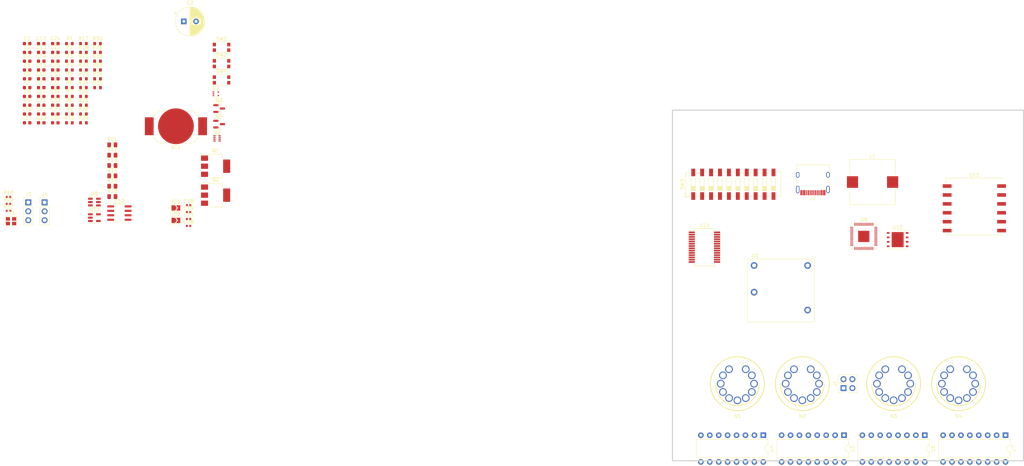
<source format=kicad_pcb>
(kicad_pcb (version 20221018) (generator pcbnew)
  (layers (0 "F.Cu" signal) (31 "B.Cu" signal) (34 "B.Paste" user) (35 "F.Paste" user) (36 "B.SilkS" user "B.Silkscreen") (37 "F.SilkS" user "F.Silkscreen") (38 "B.Mask" user) (39 "F.Mask" user) (44 "Edge.Cuts" user))
  (net 0 "")
  (net 1 "Net-(BT1-+)")
  (net 2 "GND")
  (net 3 "VBUS")
  (net 4 "Net-(JP1-A)")
  (net 5 "Net-(U3-BST)")
  (net 6 "Net-(U3-SW)")
  (net 7 "+3.3V")
  (net 8 "Net-(U3-FB)")
  (net 9 "Net-(U3-SS)")
  (net 10 "+1V1")
  (net 11 "Net-(U9-RUN)")
  (net 12 "Net-(C21-Pad1)")
  (net 13 "+3V3")
  (net 14 "Net-(U11-VCC)")
  (net 15 "Net-(U9-XIN)")
  (net 16 "Net-(C28-Pad2)")
  (net 17 "+3.3VA")
  (net 18 "Net-(U13-BP)")
  (net 19 "/Light")
  (net 20 "Net-(J1-Pin_2)")
  (net 21 "Net-(J1-Pin_4)")
  (net 22 "Net-(J2-CC1)")
  (net 23 "Net-(J2-D+-PadA6)")
  (net 24 "Net-(J2-D--PadA7)")
  (net 26 "Net-(J2-CC2)")
  (net 28 "/UART0 RX")
  (net 29 "/UART0 TX")
  (net 30 "Net-(J4-Pin_1)")
  (net 31 "Net-(J4-Pin_3)")
  (net 32 "Net-(JP1-B)")
  (net 33 "Net-(JP2-A)")
  (net 34 "Net-(JP2-B)")
  (net 35 "Net-(U4-1)")
  (net 36 "Net-(U4-2)")
  (net 37 "Net-(U4-3)")
  (net 38 "Net-(U4-4)")
  (net 39 "Net-(U4-5)")
  (net 40 "Net-(U4-6)")
  (net 41 "Net-(U4-7)")
  (net 42 "Net-(U4-8)")
  (net 43 "Net-(U4-9)")
  (net 44 "Net-(N1-0)")
  (net 45 "Net-(N1-Anode)")
  (net 46 "Net-(U5-1)")
  (net 47 "Net-(U5-2)")
  (net 48 "Net-(U5-3)")
  (net 49 "Net-(U5-4)")
  (net 50 "Net-(U5-5)")
  (net 51 "Net-(U5-6)")
  (net 52 "Net-(U5-7)")
  (net 53 "Net-(U5-8)")
  (net 54 "Net-(U5-9)")
  (net 55 "Net-(N2-0)")
  (net 56 "Net-(N2-Anode)")
  (net 57 "Net-(U6-1)")
  (net 58 "Net-(U6-2)")
  (net 59 "Net-(U6-3)")
  (net 60 "Net-(U6-4)")
  (net 61 "Net-(U6-5)")
  (net 62 "Net-(U6-6)")
  (net 63 "Net-(U6-7)")
  (net 64 "Net-(U6-8)")
  (net 65 "Net-(U6-9)")
  (net 66 "Net-(N3-0)")
  (net 67 "Net-(N3-Anode)")
  (net 68 "Net-(U7-1)")
  (net 69 "Net-(U7-2)")
  (net 70 "Net-(U7-3)")
  (net 71 "Net-(U7-4)")
  (net 72 "Net-(U7-5)")
  (net 73 "Net-(U7-6)")
  (net 74 "Net-(U7-7)")
  (net 75 "Net-(U7-8)")
  (net 76 "Net-(U7-9)")
  (net 77 "Net-(N4-0)")
  (net 78 "Net-(N4-Anode)")
  (net 79 "Net-(Q1-B)")
  (net 80 "Net-(Q2-B)")
  (net 81 "Net-(Q3-B)")
  (net 82 "Net-(Q3-C)")
  (net 83 "Net-(Q4-B)")
  (net 84 "Net-(Q4-C)")
  (net 85 "Net-(R3-Pad2)")
  (net 86 "Net-(R4-Pad2)")
  (net 87 "/Dimming")
  (net 88 "Net-(R10-Pad1)")
  (net 89 "Net-(U9-USB_DM)")
  (net 90 "Net-(U9-USB_DP)")
  (net 91 "Net-(U10-~{CS})")
  (net 92 "Net-(U11-~{RESET})")
  (net 93 "Net-(U9-XOUT)")
  (net 94 "/I2C0_SDA")
  (net 95 "/I2C0 SCL")
  (net 96 "/Settings_Interrupt")
  (net 97 "Net-(U14-INTB)")
  (net 98 "Net-(U14-~{RESET})")
  (net 99 "Net-(R33-Pad2)")
  (net 100 "Net-(U14-GPB0)")
  (net 101 "Net-(U14-GPB1)")
  (net 102 "Net-(U14-GPB2)")
  (net 103 "Net-(U14-GPB3)")
  (net 104 "Net-(U14-GPB4)")
  (net 105 "Net-(U14-GPB5)")
  (net 106 "Net-(U14-GPB6)")
  (net 107 "Net-(U14-GPB7)")
  (net 108 "Net-(U14-GPA0)")
  (net 109 "Net-(U14-GPA1)")
  (net 110 "Net-(U14-GPA2)")
  (net 114 "/Hours_Tens_A")
  (net 115 "/Hours_Tens_D")
  (net 116 "/Hours_Tens_B")
  (net 117 "/Hours_Tens_C")
  (net 118 "/Hours_Ones_A")
  (net 119 "/Hours_Ones_D")
  (net 120 "/Hours_Ones_B")
  (net 121 "/Hours_Ones_C")
  (net 122 "/Mins_Tens_A")
  (net 123 "/Mins_Tens_D")
  (net 124 "/Mins_Tens_B")
  (net 125 "/Mins_Tens_C")
  (net 126 "/Mins_Ones_A")
  (net 127 "/Mins_Ones_D")
  (net 128 "/Mins_Ones_B")
  (net 129 "/Mins_Ones_C")
  (net 130 "/GPS_EN")
  (net 131 "/UART1_TX")
  (net 132 "/UART1_RX")
  (net 133 "/RTC_Interrupt")
  (net 137 "Net-(U10-IO3)")
  (net 138 "Net-(U10-CLK)")
  (net 139 "Net-(U10-DI(IO0))")
  (net 140 "Net-(U10-IO2)")
  (net 141 "Net-(U10-DO(IO1))")
  (footprint "Resistor_SMD:R_0603_1608Metric" (layer "F.Cu") (at -67.7795 33.5307)
    (fp_text reference "R18" (at 0 -1.43) (layer "F.SilkS"))
    (fp_text value "10k")
    (pad "1" smd roundrect (at -0.825 0) (size 0.8 0.95) (layers "F.Cu" "F.Paste" "F.Mask") (net 2 "GND"))
    (pad "2" smd roundrect (at 0.825 0) (size 0.8 0.95) (layers "F.Cu" "F.Paste" "F.Mask") (net 8 "Net-(U3-FB)"))
  )
  (footprint "Capacitor_SMD:C_0603_1608Metric" (layer "F.Cu") (at -79.8095 36.0407)
    (fp_text reference "C14" (at 0 -1.43) (layer "F.SilkS"))
    (fp_text value "100n")
    (pad "1" smd roundrect (at -0.775 0) (size 0.9 0.95) (layers "F.Cu" "F.Paste" "F.Mask") (net 7 "+3.3V"))
    (pad "2" smd roundrect (at 0.775 0) (size 0.9 0.95) (layers "F.Cu" "F.Paste" "F.Mask") (net 2 "GND"))
  )
  (footprint "Resistor_SMD:R_0603_1608Metric" (layer "F.Cu") (at -71.7895 33.5307)
    (fp_text reference "R2" (at 0 -1.43) (layer "F.SilkS"))
    (fp_text value "100k")
    (pad "1" smd roundrect (at -0.825 0) (size 0.8 0.95) (layers "F.Cu" "F.Paste" "F.Mask") (net 32 "Net-(JP1-B)"))
    (pad "2" smd roundrect (at 0.825 0) (size 0.8 0.95) (layers "F.Cu" "F.Paste" "F.Mask") (net 80 "Net-(Q2-B)"))
  )
  (footprint "Resistor_SMD:R_0603_1608Metric" (layer "F.Cu") (at -67.7795 46.0807)
    (fp_text reference "R25" (at 0 -1.43) (layer "F.SilkS"))
    (fp_text value "1k")
    (pad "1" smd roundrect (at -0.825 0) (size 0.8 0.95) (layers "F.Cu" "F.Paste" "F.Mask") (net 91 "Net-(U10-~{CS})"))
    (pad "2" smd roundrect (at 0.825 0) (size 0.8 0.95) (layers "F.Cu" "F.Paste" "F.Mask") (net 12 "Net-(C21-Pad1)"))
  )
  (footprint "Package_DIP:DIP-16_W7.62mm" (layer "F.Cu") (at 194.875 142.7 -90)
    (fp_text reference "U7" (at 3.81 -2.33 90) (layer "F.SilkS"))
    (fp_text value "К155ИД1")
    (pad "1" thru_hole rect (at 0 0 270) (size 1.6 1.6) (drill 0.8) (layers "*.Cu" "*.Mask") (net 75 "Net-(U7-8)"))
    (pad "2" thru_hole oval (at 0 2.54 270) (size 1.6 1.6) (drill 0.8) (layers "*.Cu" "*.Mask") (net 76 "Net-(U7-9)"))
    (pad "3" thru_hole oval (at 0 5.08 270) (size 1.6 1.6) (drill 0.8) (layers "*.Cu" "*.Mask") (net 126 "/Mins_Ones_A"))
    (pad "4" thru_hole oval (at 0 7.62 270) (size 1.6 1.6) (drill 0.8) (layers "*.Cu" "*.Mask") (net 127 "/Mins_Ones_D"))
    (pad "5" thru_hole oval (at 0 10.16 270) (size 1.6 1.6) (drill 0.8) (layers "*.Cu" "*.Mask") (net 3 "VBUS"))
    (pad "6" thru_hole oval (at 0 12.7 270) (size 1.6 1.6) (drill 0.8) (layers "*.Cu" "*.Mask") (net 128 "/Mins_Ones_B"))
    (pad "7" thru_hole oval (at 0 15.24 270) (size 1.6 1.6) (drill 0.8) (layers "*.Cu" "*.Mask") (net 129 "/Mins_Ones_C"))
    (pad "8" thru_hole oval (at 0 17.78 270) (size 1.6 1.6) (drill 0.8) (layers "*.Cu" "*.Mask") (net 69 "Net-(U7-2)"))
    (pad "9" thru_hole oval (at 7.62 17.78 270) (size 1.6 1.6) (drill 0.8) (layers "*.Cu" "*.Mask") (net 70 "Net-(U7-3)"))
    (pad "10" thru_hole oval (at 7.62 15.24 270) (size 1.6 1.6) (drill 0.8) (layers "*.Cu" "*.Mask") (net 74 "Net-(U7-7)"))
    (pad "11" thru_hole oval (at 7.62 12.7 270) (size 1.6 1.6) (drill 0.8) (layers "*.Cu" "*.Mask") (net 73 "Net-(U7-6)"))
    (pad "12" thru_hole oval (at 7.62 10.16 270) (size 1.6 1.6) (drill 0.8) (layers "*.Cu" "*.Mask") (net 2 "GND"))
    (pad "13" thru_hole oval (at 7.62 7.62 270) (size 1.6 1.6) (drill 0.8) (layers "*.Cu" "*.Mask") (net 71 "Net-(U7-4)"))
    (pad "14" thru_hole oval (at 7.62 5.08 270) (size 1.6 1.6) (drill 0.8) (layers "*.Cu" "*.Mask") (net 72 "Net-(U7-5)"))
    (pad "15" thru_hole oval (at 7.62 2.54 270) (size 1.6 1.6) (drill 0.8) (layers "*.Cu" "*.Mask") (net 68 "Net-(U7-1)"))
    (pad "16" thru_hole oval (at 7.62 0 270) (size 1.6 1.6) (drill 0.8) (layers "*.Cu" "*.Mask") (net 77 "Net-(N4-0)"))
  )
  (footprint "Button_Switch_SMD:SW_Push_1P1T_NO_CK_KMR2" (layer "F.Cu") (at -28.4395 41.3907)
    (fp_text reference "SW4" (at 0 -2.45) (layer "F.SilkS"))
    (fp_text value "SW_Push")
    (pad "1" smd rect (at -2.05 -0.8) (size 0.9 1) (layers "F.Cu" "F.Paste" "F.Mask") (net 110 "Net-(U14-GPA2)"))
    (pad "1" smd rect (at 2.05 -0.8) (size 0.9 1) (layers "F.Cu" "F.Paste" "F.Mask") (net 110 "Net-(U14-GPA2)"))
    (pad "2" smd rect (at -2.05 0.8) (size 0.9 1) (layers "F.Cu" "F.Paste" "F.Mask") (net 2 "GND"))
    (pad "2" smd rect (at 2.05 0.8) (size 0.9 1) (layers "F.Cu" "F.Paste" "F.Mask") (net 2 "GND"))
  )
  (footprint "Resistor_SMD:R_0603_1608Metric" (layer "F.Cu") (at -63.7695 38.5507)
    (fp_text reference "R33" (at 0 -1.43) (layer "F.SilkS"))
    (fp_text value "R_Photo")
    (pad "1" smd roundrect (at -0.825 0) (size 0.8 0.95) (layers "F.Cu" "F.Paste" "F.Mask") (net 17 "+3.3VA"))
    (pad "2" smd roundrect (at 0.825 0) (size 0.8 0.95) (layers "F.Cu" "F.Paste" "F.Mask") (net 99 "Net-(R33-Pad2)"))
  )
  (footprint "Button_Switch_SMD:SW_Push_1P1T_NO_CK_KMR2" (layer "F.Cu") (at -28.4395 32.0907)
    (fp_text reference "SW1" (at 0 -2.45) (layer "F.SilkS"))
    (fp_text value "SW_Push")
    (pad "1" smd rect (at -2.05 -0.8) (size 0.9 1) (layers "F.Cu" "F.Paste" "F.Mask") (net 2 "GND"))
    (pad "1" smd rect (at 2.05 -0.8) (size 0.9 1) (layers "F.Cu" "F.Paste" "F.Mask") (net 2 "GND"))
    (pad "2" smd rect (at -2.05 0.8) (size 0.9 1) (layers "F.Cu" "F.Paste" "F.Mask") (net 11 "Net-(U9-RUN)"))
    (pad "2" smd rect (at 2.05 0.8) (size 0.9 1) (layers "F.Cu" "F.Paste" "F.Mask") (net 11 "Net-(U9-RUN)"))
  )
  (footprint "Resistor_SMD:R_0805_2012Metric" (layer "F.Cu") (at -59.5595 74.6507)
    (fp_text reference "R16" (at 0 -1.65) (layer "F.SilkS"))
    (fp_text value "22k")
    (pad "1" smd roundrect (at -0.9125 0) (size 1.025 1.4) (layers "F.Cu" "F.Paste" "F.Mask") (roundrect_rratio 0.243902) (net 34 "Net-(JP2-B)"))
    (pad "2" smd roundrect (at 0.9125 0) (size 1.025 1.4) (layers "F.Cu" "F.Paste" "F.Mask") (roundrect_rratio 0.243902) (net 78 "Net-(N4-Anode)"))
  )
  (footprint "Package_TO_SOT_SMD:SOT-223-3_TabPin2" (layer "F.Cu") (at -30.1395 74.2407)
    (fp_text reference "Q2" (at 0 -4.5) (layer "F.SilkS"))
    (fp_text value "PZTA92")
    (pad "1" smd rect (at -3.15 -2.3) (size 2 1.5) (layers "F.Cu" "F.Paste" "F.Mask") (net 80 "Net-(Q2-B)"))
    (pad "2" smd rect (at -3.15 0) (size 2 1.5) (layers "F.Cu" "F.Paste" "F.Mask") (net 34 "Net-(JP2-B)"))
    (pad "2" smd rect (at 3.15 0) (size 2 3.8) (layers "F.Cu" "F.Paste" "F.Mask") (net 34 "Net-(JP2-B)"))
    (pad "3" smd rect (at -3.15 2.3) (size 2 1.5) (layers "F.Cu" "F.Paste" "F.Mask") (net 32 "Net-(JP1-B)"))
  )
  (footprint "Capacitor_SMD:C_0603_1608Metric" (layer "F.Cu") (at -83.8195 46.0807)
    (fp_text reference "C8" (at 0 -1.43) (layer "F.SilkS"))
    (fp_text value "47u")
    (pad "1" smd roundrect (at -0.775 0) (size 0.9 0.95) (layers "F.Cu" "F.Paste" "F.Mask") (net 7 "+3.3V"))
    (pad "2" smd roundrect (at 0.775 0) (size 0.9 0.95) (layers "F.Cu" "F.Paste" "F.Mask") (net 2 "GND"))
  )
  (footprint "Capacitor_SMD:C_0603_1608Metric" (layer "F.Cu") (at -75.7995 38.5507)
    (fp_text reference "C29" (at 0 -1.43) (layer "F.SilkS"))
    (fp_text value "100n")
    (pad "1" smd roundrect (at -0.775 0) (size 0.9 0.95) (layers "F.Cu" "F.Paste" "F.Mask") (net 13 "+3V3"))
    (pad "2" smd roundrect (at 0.775 0) (size 0.9 0.95) (layers "F.Cu" "F.Paste" "F.Mask") (net 2 "GND"))
  )
  (footprint "Resistor_SMD:R_0603_1608Metric" (layer "F.Cu") (at -63.7695 31.0207)
    (fp_text reference "R30" (at 0 -1.43) (layer "F.SilkS"))
    (fp_text value "10k")
    (pad "1" smd roundrect (at -0.825 0) (size 0.8 0.95) (layers "F.Cu" "F.Paste" "F.Mask") (net 13 "+3V3"))
    (pad "2" smd roundrect (at 0.825 0) (size 0.8 0.95) (layers "F.Cu" "F.Paste" "F.Mask") (net 96 "/Settings_Interrupt"))
  )
  (footprint "Resistor_SMD:R_0603_1608Metric" (layer "F.Cu") (at -71.7895 38.5507)
    (fp_text reference "R4" (at 0 -1.43) (layer "F.SilkS"))
    (fp_text value "100k")
    (pad "1" smd roundrect (at -0.825 0) (size 0.8 0.95) (layers "F.Cu" "F.Paste" "F.Mask") (net 80 "Net-(Q2-B)"))
    (pad "2" smd roundrect (at 0.825 0) (size 0.8 0.95) (layers "F.Cu" "F.Paste" "F.Mask") (net 86 "Net-(R4-Pad2)"))
  )
  (footprint "Jumper:SolderJumper-2_P1.3mm_Open_TrianglePad1.0x1.5mm" (layer "F.Cu") (at -41.4495 81.4407)
    (fp_text reference "JP2" (at 0 -1.8) (layer "F.SilkS"))
    (fp_text value "SolderJumper_2_Open")
    (pad "1" smd custom (at -0.725 0) (size 0.3 0.3) (layers "F.Cu" "F.Mask") (net 33 "Net-(JP2-A)") (options (clearance outline) (anchor rect)) (primitives (gr_poly (pts (xy 1 0) (xy 0.5 0.75) (xy -0.5 0.75) (xy -0.5 -0.75) (xy 0.5 -0.75)) (width 0) (fill yes))))
    (pad "2" smd custom (at 0.725 0) (size 0.3 0.3) (layers "F.Cu" "F.Mask") (net 34 "Net-(JP2-B)") (options (clearance outline) (anchor rect)) (primitives (gr_poly (pts (xy 0.5 0.75) (xy -0.65 0.75) (xy -0.15 0) (xy -0.65 -0.75) (xy 0.5 -0.75)) (width 0) (fill yes))))
  )
  (footprint "Capacitor_SMD:C_0603_1608Metric" (layer "F.Cu") (at -83.8195 31.0207)
    (fp_text reference "C1" (at 0 -1.43) (layer "F.SilkS"))
    (fp_text value "100u")
    (pad "1" smd roundrect (at -0.775 0) (size 0.9 0.95) (layers "F.Cu" "F.Paste" "F.Mask") (net 3 "VBUS"))
    (pad "2" smd roundrect (at 0.775 0) (size 0.9 0.95) (layers "F.Cu" "F.Paste" "F.Mask") (net 2 "GND"))
  )
  (footprint "Resistor_SMD:R_0402_1005Metric" (layer "F.Cu") (at -89.1395 78.7107)
    (fp_text reference "R27" (at 0 -1.17) (layer "F.SilkS"))
    (fp_text value "1k")
    (pad "1" smd roundrect (at -0.51 0) (size 0.54 0.64) (layers "F.Cu" "F.Paste" "F.Mask") (net 93 "Net-(U9-XOUT)"))
    (pad "2" smd roundrect (at 0.51 0) (size 0.54 0.64) (layers "F.Cu" "F.Paste" "F.Mask") (net 16 "Net-(C28-Pad2)"))
  )
  (footprint "Resistor_SMD:R_0603_1608Metric" (layer "F.Cu") (at -67.7795 48.5907)
    (fp_text reference "R26" (at 0 -1.43) (layer "F.SilkS"))
    (fp_text value "10k")
    (pad "1" smd roundrect (at -0.825 0) (size 0.8 0.95) (layers "F.Cu" "F.Paste" "F.Mask") (net 14 "Net-(U11-VCC)"))
    (pad "2" smd roundrect (at 0.825 0) (size 0.8 0.95) (layers "F.Cu" "F.Paste" "F.Mask") (net 92 "Net-(U11-~{RESET})"))
  )
  (footprint "Package_TO_SOT_SMD:SOT-23" (layer "F.Cu") (at -29.1195 49.5407)
    (fp_text reference "Q3" (at 0 -2.4) (layer "F.SilkS"))
    (fp_text value "MMBTA42")
    (pad "1" smd roundrect (at -0.9375 -0.95) (size 1.475 0.6) (layers "F.Cu" "F.Paste" "F.Mask") (net 81 "Net-(Q3-B)"))
    (pad "2" smd roundrect (at -0.9375 0.95) (size 1.475 0.6) (layers "F.Cu" "F.Paste" "F.Mask") (net 2 "GND"))
    (pad "3" smd roundrect (at 0.9375 0) (size 1.475 0.6) (layers "F.Cu" "F.Paste" "F.Mask") (net 82 "Net-(Q3-C)"))
  )
  (footprint "Capacitor_SMD:C_0603_1608Metric" (layer "F.Cu") (at -79.8095 48.5907)
    (fp_text reference "C21" (at 0 -1.43) (layer "F.SilkS"))
    (fp_text value "100n")
    (pad "1" smd roundrect (at -0.775 0) (size 0.9 0.95) (layers "F.Cu" "F.Paste" "F.Mask") (net 12 "Net-(C21-Pad1)"))
    (pad "2" smd roundrect (at 0.775 0) (size 0.9 0.95) (layers "F.Cu" "F.Paste" "F.Mask") (net 2 "GND"))
  )
  (footprint "Capacitor_SMD:C_0402_1005Metric" (layer "F.Cu") (at -37.8395 83.0107)
    (fp_text reference "C28" (at 0 -1.16) (layer "F.SilkS"))
    (fp_text value "8p")
    (pad "1" smd roundrect (at -0.48 0) (size 0.56 0.62) (layers "F.Cu" "F.Paste" "F.Mask") (net 2 "GND"))
    (pad "2" smd roundrect (at 0.48 0) (size 0.56 0.62) (layers "F.Cu" "F.Paste" "F.Mask") (net 16 "Net-(C28-Pad2)"))
  )
  (footprint "Capacitor_SMD:C_0603_1608Metric" (layer "F.Cu") (at -75.7995 43.5707)
    (fp_text reference "C31" (at 0 -1.43) (layer "F.SilkS"))
    (fp_text value "1u")
    (pad "1" smd roundrect (at -0.775 0) (size 0.9 0.95) (layers "F.Cu" "F.Paste" "F.Mask") (net 3 "VBUS"))
    (pad "2" smd roundrect (at 0.775 0) (size 0.9 0.95) (layers "F.Cu" "F.Paste" "F.Mask") (net 2 "GND"))
  )
  (footprint "Capacitor_SMD:C_0603_1608Metric" (layer "F.Cu") (at -83.8195 38.5507)
    (fp_text reference "C5" (at 0 -1.43) (layer "F.SilkS"))
    (fp_text value "100n")
    (pad "1" smd roundrect (at -0.775 0) (size 0.9 0.95) (layers "F.Cu" "F.Paste" "F.Mask") (net 3 "VBUS"))
    (pad "2" smd roundrect (at 0.775 0) (size 0.9 0.95) (layers "F.Cu" "F.Paste" "F.Mask") (net 2 "GND"))
  )
  (footprint "Connector_PinHeader_2.54mm:PinHeader_1x03_P2.54mm_Vertical" (layer "F.Cu") (at -83.4995 76.3107)
    (fp_text reference "J3" (at 0 -2.33) (layer "F.SilkS"))
    (fp_text value "Conn_01x03_2.54mm")
    (pad "1" thru_hole rect (at 0 0) (size 1.7 1.7) (drill 1) (layers "*.Cu" "*.Mask") (net 2 "GND"))
    (pad "2" thru_hole oval (at 0 2.54) (size 1.7 1.7) (drill 1) (layers "*.Cu" "*.Mask") (net 28 "/UART0 RX"))
    (pad "3" thru_hole oval (at 0 5.08) (size 1.7 1.7) (drill 1) (layers "*.Cu" "*.Mask") (net 29 "/UART0 TX"))
  )
  (footprint "Package_DIP:DIP-16_W7.62mm" (layer "F.Cu") (at 148.875 142.7 -90)
    (fp_text reference "U5" (at 3.81 -2.33 90) (layer "F.SilkS"))
    (fp_text value "К155ИД1")
    (pad "1" thru_hole rect (at 0 0 270) (size 1.6 1.6) (drill 0.8) (layers "*.Cu" "*.Mask") (net 53 "Net-(U5-8)"))
    (pad "2" thru_hole oval (at 0 2.54 270) (size 1.6 1.6) (drill 0.8) (layers "*.Cu" "*.Mask") (net 54 "Net-(U5-9)"))
    (pad "3" thru_hole oval (at 0 5.08 270) (size 1.6 1.6) (drill 0.8) (layers "*.Cu" "*.Mask") (net 118 "/Hours_Ones_A"))
    (pad "4" thru_hole oval (at 0 7.62 270) (size 1.6 1.6) (drill 0.8) (layers "*.Cu" "*.Mask") (net 119 "/Hours_Ones_D"))
    (pad "5" thru_hole oval (at 0 10.16 270) (size 1.6 1.6) (drill 0.8) (layers "*.Cu" "*.Mask") (net 3 "VBUS"))
    (pad "6" thru_hole oval (at 0 12.7 270) (size 1.6 1.6) (drill 0.8) (layers "*.Cu" "*.Mask") (net 120 "/Hours_Ones_B"))
    (pad "7" thru_hole oval (at 0 15.24 270) (size 1.6 1.6) (drill 0.8) (layers "*.Cu" "*.Mask") (net 121 "/Hours_Ones_C"))
    (pad "8" thru_hole oval (at 0 17.78 270) (size 1.6 1.6) (drill 0.8) (layers "*.Cu" "*.Mask") (net 47 "Net-(U5-2)"))
    (pad "9" thru_hole oval (at 7.62 17.78 270) (size 1.6 1.6) (drill 0.8) (layers "*.Cu" "*.Mask") (net 48 "Net-(U5-3)"))
    (pad "10" thru_hole oval (at 7.62 15.24 270) (size 1.6 1.6) (drill 0.8) (layers "*.Cu" "*.Mask") (net 52 "Net-(U5-7)"))
    (pad "11" thru_hole oval (at 7.62 12.7 270) (size 1.6 1.6) (drill 0.8) (layers "*.Cu" "*.Mask") (net 51 "Net-(U5-6)"))
    (pad "12" thru_hole oval (at 7.62 10.16 270) (size 1.6 1.6) (drill 0.8) (layers "*.Cu" "*.Mask") (net 2 "GND"))
    (pad "13" thru_hole oval (at 7.62 7.62 270) (size 1.6 1.6) (drill 0.8) (layers "*.Cu" "*.Mask") (net 49 "Net-(U5-4)"))
    (pad "14" thru_hole oval (at 7.62 5.08 270) (size 1.6 1.6) (drill 0.8) (layers "*.Cu" "*.Mask") (net 50 "Net-(U5-5)"))
    (pad "15" thru_hole oval (at 7.62 2.54 270) (size 1.6 1.6) (drill 0.8) (layers "*.Cu" "*.Mask") (net 46 "Net-(U5-1)"))
    (pad "16" thru_hole oval (at 7.62 0 270) (size 1.6 1.6) (drill 0.8) (layers "*.Cu" "*.Mask") (net 55 "Net-(N2-0)"))
  )
  (footprint "Resistor_SMD:R_0603_1608Metric" (layer "F.Cu") (at -71.7895 31.0207)
    (fp_text reference "R1" (at 0 -1.43) (layer "F.SilkS"))
    (fp_text value "100k")
    (pad "1" smd roundrect (at -0.825 0) (size 0.8 0.95) (layers "F.Cu" "F.Paste" "F.Mask") (net 4 "Net-(JP1-A)"))
    (pad "2" smd roundrect (at 0.825 0) (size 0.8 0.95) (layers "F.Cu" "F.Paste" "F.Mask") (net 79 "Net-(Q1-B)"))
  )
  (footprint "Resistor_SMD:R_0805_2012Metric" (layer "F.Cu") (at -59.5595 65.8007)
    (fp_text reference "R13" (at 0 -1.65) (layer "F.SilkS"))
    (fp_text value "220k")
    (pad "1" smd roundrect (at -0.9125 0) (size 1.025 1.4) (layers "F.Cu" "F.Paste" "F.Mask") (roundrect_rratio 0.243902) (net 33 "Net-(JP2-A)"))
    (pad "2" smd roundrect (at 0.9125 0) (size 1.025 1.4) (layers "F.Cu" "F.Paste" "F.Mask") (roundrect_rratio 0.243902) (net 20 "Net-(J1-Pin_2)"))
  )
  (footprint "Resistor_SMD:R_0805_2012Metric" (layer "F.Cu") (at -59.5595 71.7007)
    (fp_text reference "R15" (at 0 -1.65) (layer "F.SilkS"))
    (fp_text value "22k")
    (pad "1" smd roundrect (at -0.9125 0) (size 1.025 1.4) (layers "F.Cu" "F.Paste" "F.Mask") (roundrect_rratio 0.243902) (net 34 "Net-(JP2-B)"))
    (pad "2" smd roundrect (at 0.9125 0) (size 1.025 1.4) (layers "F.Cu" "F.Paste" "F.Mask") (roundrect_rratio 0.243902) (net 67 "Net-(N3-Anode)"))
  )
  (footprint "Resistor_SMD:R_0603_1608Metric" (layer "F.Cu") (at -71.7895 41.0607)
    (fp_text reference "R5" (at 0 -1.43) (layer "F.SilkS"))
    (fp_text value "100k")
    (pad "1" smd roundrect (at -0.825 0) (size 0.8 0.95) (layers "F.Cu" "F.Paste" "F.Mask") (net 85 "Net-(R3-Pad2)"))
    (pad "2" smd roundrect (at 0.825 0) (size 0.8 0.95) (layers "F.Cu" "F.Paste" "F.Mask") (net 82 "Net-(Q3-C)"))
  )
  (footprint "Capacitor_SMD:C_0402_1005Metric" (layer "F.Cu") (at -37.8395 81.0407)
    (fp_text reference "C27" (at 0 -1.16) (layer "F.SilkS"))
    (fp_text value "8p")
    (pad "1" smd roundrect (at -0.48 0) (size 0.56 0.62) (layers "F.Cu" "F.Paste" "F.Mask") (net 2 "GND"))
    (pad "2" smd roundrect (at 0.48 0) (size 0.56 0.62) (layers "F.Cu" "F.Paste" "F.Mask") (net 15 "Net-(U9-XIN)"))
  )
  (footprint "Display_Nixie:ИN-8 DSUB" (layer "F.Cu") (at 118.5 128)
    (fp_text reference "N1" (at 0 9.25 180) (layer "F.SilkS"))
    (fp_text value "ИN-8")
    (pad "1" thru_hole circle (at -2.3749 -4.11226 180) (size 2.18186 2.18186) (drill 1.59766) (layers "*.Cu" "*.Mask") (net 35 "Net-(U4-1)"))
    (pad "2" thru_hole circle (at -4.11226 -2.3749 180) (size 2.18186 2.18186) (drill 1.59766) (layers "*.Cu" "*.Mask") (net 36 "Net-(U4-2)"))
    (pad "3" thru_hole circle (at -4.7498 0 180) (size 2.18186 2.18186) (drill 1.59766) (layers "*.Cu" "*.Mask") (net 37 "Net-(U4-3)"))
    (pad "4" thru_hole circle (at -4.11226 2.3749 180) (size 2.18186 2.18186) (drill 1.59766) (layers "*.Cu" "*.Mask") (net 38 "Net-(U4-4)"))
    (pad "5" thru_hole circle (at -2.3749 4.11226 180) (size 2.18186 2.18186) (drill 1.59766) (layers "*.Cu" "*.Mask") (net 39 "Net-(U4-5)"))
    (pad "6" thru_hole circle (at 0 4.7498 180) (size 2.18186 2.18186) (drill 1.59766) (layers "*.Cu" "*.Mask") (net 40 "Net-(U4-6)"))
    (pad "7" thru_hole circle (at 2.3749 4.11226 180) (size 2.18186 2.18186) (drill 1.59766) (layers "*.Cu" "*.Mask") (net 41 "Net-(U4-7)"))
    (pad "8" thru_hole circle (at 4.11226 2.3749 180) (size 2.18186 2.18186) (drill 1.59766) (layers "*.Cu" "*.Mask") (net 42 "Net-(U4-8)"))
    (pad "9" thru_hole circle (at 4.7498 0 180) (size 2.18186 2.18186) (drill 1.59766) (layers "*.Cu" "*.Mask") (net 43 "Net-(U4-9)"))
    (pad "10" thru_hole circle (at 4.11226 -2.3749 180) (size 2.18186 2.18186) (drill 1.59766) (layers "*.Cu" "*.Mask") (net 44 "Net-(N1-0)"))
    (pad "11" thru_hole circle (at 2.3749 -4.11226 180) (size 2.18186 2.18186) (drill 1.59766) (layers "*.Cu" "*.Mask") (net 45 "Net-(N1-Anode)"))
  )
  (footprint "Capacitor_THT:CP_Radial_D8.0mm_P3.50mm" (layer "F.Cu") (at -39.204802 24.6907)
    (fp_text reference "C2" (at 1.75 -5.25) (layer "F.SilkS"))
    (fp_text value "4.7u")
    (pad "1" thru_hole rect (at 0 0) (size 1.6 1.6) (drill 0.8) (layers "*.Cu" "*.Mask") (net 4 "Net-(JP1-A)"))
    (pad "2" thru_hole circle (at 3.5 0) (size 1.6 1.6) (drill 0.8) (layers "*.Cu" "*.Mask") (net 2 "GND"))
  )
  (footprint "Package_TO_SOT_SMD:SOT-23-5" (layer "F.Cu") (at -64.6595 80.6607)
    (fp_text reference "U13" (at 0 -2.4) (layer "F.SilkS"))
    (fp_text value "TC2185-3.3VCTTR")
    (pad "1" smd roundrect (at -1.1375 -0.95) (size 1.325 0.6) (layers "F.Cu" "F.Paste" "F.Mask") (net 3 "VBUS"))
    (pad "2" smd roundrect (at -1.1375 0) (size 1.325 0.6) (layers "F.Cu" "F.Paste" "F.Mask") (net 2 "GND"))
    (pad "3" smd roundrect (at -1.1375 0.95) (size 1.325 0.6) (layers "F.Cu" "F.Paste" "F.Mask") (net 3 "VBUS"))
    (pad "4" smd roundrect (at 1.1375 0.95) (size 1.325 0.6) (layers "F.Cu" "F.Paste" "F.Mask") (net 18 "Net-(U13-BP)"))
    (pad "5" smd roundrect (at 1.1375 -0.95) (size 1.325 0.6) (layers "F.Cu" "F.Paste" "F.Mask") (net 17 "+3.3VA"))
  )
  (footprint "Connector_PinHeader_2.54mm:PinHeader_2x02_P2.54mm_Vertical" (layer "F.Cu") (at 148.725 129.275 90)
    (fp_text reference "J1" (at 1.27 -2.33 90) (layer "F.SilkS"))
    (fp_text value "Conn_02x02_2.54mm")
    (pad "1" thru_hole rect (at 0 0 90) (size 1.7 1.7) (drill 1) (layers "*.Cu" "*.Mask") (net 2 "GND"))
    (pad "2" thru_hole oval (at 2.54 0 90) (size 1.7 1.7) (drill 1) (layers "*.Cu" "*.Mask") (net 20 "Net-(J1-Pin_2)"))
    (pad "3" thru_hole oval (at 0 2.54 90) (size 1.7 1.7) (drill 1) (layers "*.Cu" "*.Mask") (net 2 "GND"))
    (pad "4" thru_hole oval (at 2.54 2.54 90) (size 1.7 1.7) (drill 1) (layers "*.Cu" "*.Mask") (net 21 "Net-(J1-Pin_4)"))
  )
  (footprint "Resistor_SMD:R_0603_1608Metric" (layer "F.Cu") (at -63.7695 43.5707)
    (fp_text reference "R35" (at 0 -1.43) (layer "F.SilkS"))
    (fp_text value "10k")
    (pad "1" smd roundrect (at -0.825 0) (size 0.8 0.95) (layers "F.Cu" "F.Paste" "F.Mask") (net 99 "Net-(R33-Pad2)"))
    (pad "2" smd roundrect (at 0.825 0) (size 0.8 0.95) (layers "F.Cu" "F.Paste" "F.Mask") (net 2 "GND"))
  )
  (footprint "Resistor_SMD:R_0402_1005Metric" (layer "F.Cu") (at -89.1395 74.7307)
    (fp_text reference "R19" (at 0 -1.17) (layer "F.SilkS"))
    (fp_text value "27.4")
    (pad "1" smd roundrect (at -0.51 0) (size 0.54 0.64) (layers "F.Cu" "F.Paste" "F.Mask") (net 89 "Net-(U9-USB_DM)"))
    (pad "2" smd roundrect (at 0.51 0) (size 0.54 0.64) (layers "F.Cu" "F.Paste" "F.Mask") (net 24 "Net-(J2-D--PadA7)"))
  )
  (footprint "Capacitor_SMD:C_0603_1608Metric" (layer "F.Cu") (at -75.7995 53.6107)
    (fp_text reference "C35" (at 0 -1.43) (layer "F.SilkS"))
    (fp_text value "100n")
    (pad "1" smd roundrect (at -0.775 0) (size 0.9 0.95) (layers "F.Cu" "F.Paste" "F.Mask") (net 2 "GND"))
    (pad "2" smd roundrect (at 0.775 0) (size 0.9 0.95) (layers "F.Cu" "F.Paste" "F.Mask") (net 2 "GND"))
  )
  (footprint "Resistor_SMD:R_0603_1608Metric" (layer "F.Cu") (at -67.7795 36.0407)
    (fp_text reference "R21" (at 0 -1.43) (layer "F.SilkS"))
    (fp_text value "5.1k")
    (pad "1" smd roundrect (at -0.825 0) (size 0.8 0.95) (layers "F.Cu" "F.Paste" "F.Mask") (net 2 "GND"))
    (pad "2" smd roundrect (at 0.825 0) (size 0.8 0.95) (layers "F.Cu" "F.Paste" "F.Mask") (net 26 "Net-(J2-CC2)"))
  )
  (footprint "Capacitor_SMD:C_0603_1608Metric" (layer "F.Cu") (at -83.8195 51.1007)
    (fp_text reference "C10" (at 0 -1.43) (layer "F.SilkS"))
    (fp_text value "100n")
    (pad "1" smd roundrect (at -0.775 0) (size 0.9 0.95) (layers "F.Cu" "F.Paste" "F.Mask") (net 10 "+1V1"))
    (pad "2" smd roundrect (at 0.775 0) (size 0.9 0.95) (layers "F.Cu" "F.Paste" "F.Mask") (net 2 "GND"))
  )
  (footprint "Package_DIP:DIP-16_W7.62mm" (layer "F.Cu") (at 171.875 142.7 -90)
    (fp_text reference "U6" (at 3.81 -2.33 90) (layer "F.SilkS"))
    (fp_text value "К155ИД1")
    (pad "1" thru_hole rect (at 0 0 270) (size 1.6 1.6) (drill 0.8) (layers "*.Cu" "*.Mask") (net 64 "Net-(U6-8)"))
    (pad "2" thru_hole oval (at 0 2.54 270) (size 1.6 1.6) (drill 0.8) (layers "*.Cu" "*.Mask") (net 65 "Net-(U6-9)"))
    (pad "3" thru_hole oval (at 0 5.08 270) (size 1.6 1.6) (drill 0.8) (layers "*.Cu" "*.Mask") (net 122 "/Mins_Tens_A"))
    (pad "4" thru_hole oval (at 0 7.62 270) (size 1.6 1.6) (drill 0.8) (layers "*.Cu" "*.Mask") (net 123 "/Mins_Tens_D"))
    (pad "5" thru_hole oval (at 0 10.16 270) (size 1.6 1.6) (drill 0.8) (layers "*.Cu" "*.Mask") (net 3 "VBUS"))
    (pad "6" thru_hole oval (at 0 12.7 270) (size 1.6 1.6) (drill 0.8) (layers "*.Cu" "*.Mask") (net 124 "/Mins_Tens_B"))
    (pad "7" thru_hole oval (at 0 15.24 270) (size 1.6 1.6) (drill 0.8) (layers "*.Cu" "*.Mask") (net 125 "/Mins_Tens_C"))
    (pad "8" thru_hole oval (at 0 17.78 270) (size 1.6 1.6) (drill 0.8) (layers "*.Cu" "*.Mask") (net 58 "Net-(U6-2)"))
    (pad "9" thru_hole oval (at 7.62 17.78 270) (size 1.6 1.6) (drill 0.8) (layers "*.Cu" "*.Mask") (net 59 "Net-(U6-3)"))
    (pad "10" thru_hole oval (at 7.62 15.24 270) (size 1.6 1.6) (drill 0.8) (layers "*.Cu" "*.Mask") (net 63 "Net-(U6-7)"))
    (pad "11" thru_hole oval (at 7.62 12.7 270) (size 1.6 1.6) (drill 0.8) (layers "*.Cu" "*.Mask") (net 62 "Net-(U6-6)"))
    (pad "12" thru_hole oval (at 7.62 10.16 270) (size 1.6 1.6) (drill 0.8) (layers "*.Cu" "*.Mask") (net 2 "GND"))
    (pad "13" thru_hole oval (at 7.62 7.62 270) (size 1.6 1.6) (drill 0.8) (layers "*.Cu" "*.Mask") (net 60 "Net-(U6-4)"))
    (pad "14" thru_hole oval (at 7.62 5.08 270) (size 1.6 1.6) (drill 0.8) (layers "*.Cu" "*.Mask") (net 61 "Net-(U6-5)"))
    (pad "15" thru_hole oval (at 7.62 2.54 270) (size 1.6 1.6) (drill 0.8) (layers "*.Cu" "*.Mask") (net 57 "Net-(U6-1)"))
    (pad "16" thru_hole oval (at 7.62 0 270) (size 1.6 1.6) (drill 0.8) (layers "*.Cu" "*.Mask") (net 66 "Net-(N3-0)"))
  )
  (footprint "Package_SO:SSOP-28_5.3x10.2mm_P0.65mm" (layer "F.Cu") (at 109.1 89.075)
    (fp_text reference "U14" (at 0 -6.25) (layer "F.SilkS"))
    (fp_text value "MCP23017_SS")
    (pad "1" smd rect (at -3.6 -4.225) (size 1.75 0.45) (layers "F.Cu" "F.Paste" "F.Mask") (net 100 "Net-(U14-GPB0)"))
    (pad "2" smd rect (at -3.6 -3.575) (size 1.75 0.45) (layers "F.Cu" "F.Paste" "F.Mask") (net 101 "Net-(U14-GPB1)"))
    (pad "3" smd rect (at -3.6 -2.925) (size 1.75 0.45) (layers "F.Cu" "F.Paste" "F.Mask") (net 102 "Net-(U14-GPB2)"))
    (pad "4" smd rect (at -3.6 -2.275) (size 1.75 0.45) (layers "F.Cu" "F.Paste" "F.Mask") (net 103 "Net-(U14-GPB3)"))
    (pad "5" smd rect (at -3.6 -1.625) (size 1.75 0.45) (layers "F.Cu" "F.Paste" "F.Mask") (net 104 "Net-(U14-GPB4)"))
    (pad "6" smd rect (at -3.6 -0.975) (size 1.75 0.45) (layers "F.Cu" "F.Paste" "F.Mask") (net 105 "Net-(U14-GPB5)"))
    (pad "7" smd rect (at -3.6 -0.325) (size 1.75 0.45) (layers "F.Cu" "F.Paste" "F.Mask") (net 106 "Net-(U14-GPB6)"))
    (pad "8" smd rect (at -3.6 0.325) (size 1.75 0.45) (layers "F.Cu" "F.Paste" "F.Mask") (net 107 "Net-(U14-GPB7)"))
    (pad "9" smd rect (at -3.6 0.975) (size 1.75 0.45) (layers "F.Cu" "F.Paste" "F.Mask") (net 13 "+3V3"))
    (pad "10" smd rect (at -3.6 1.625) (size 1.75 0.45) (layers "F.Cu" "F.Paste" "F.Mask") (net 2 "GND"))
    (pad "11" smd rect (at -3.6 2.275) (size 1.75 0.45) (layers "F.Cu" "F.Paste" "F.Mask"))
    (pad "12" smd rect (at -3.6 2.925) (size 1.75 0.45) (layers "F.Cu" "F.Paste" "F.Mask") (net 95 "/I2C0 SCL"))
    (pad "13" smd rect (at -3.6 3.575) (size 1.75 0.45) (layers "F.Cu" "F.Paste" "F.Mask") (net 94 "/I2C0_SDA"))
    (pad "14" smd rect (at -3.6 4.225) (size 1.75 0.45) (layers "F.Cu" "F.Paste" "F.Mask"))
    (pad "15" smd rect (at 3.6 4.225) (size 1.75 0.45) (layers "F.Cu" "F.Paste" "F.Mask") (net 2 "GND"))
    (pad "16" smd rect (at 3.6 3.575) (size 1.75 0.45) (layers "F.Cu" "F.Paste" "F.Mask") (net 2 "GND"))
    (pad "17" smd rect (at 3.6 2.925) (size 1.75 0.45) (layers "F.Cu" "F.Paste" "F.Mask") (net 2 "GND"))
    (pad "18" smd rect (at 3.6 2.275) (size 1.75 0.45) (layers "F.Cu" "F.Paste" "F.Mask") (net 98 "Net-(U14-~{RESET})"))
    (pad "19" smd rect (at 3.6 1.625) (size 1.75 0.45) (layers "F.Cu" "F.Paste" "F.Mask") (net 97 "Net-(U14-INTB)"))
    (pad "20" smd rect (at 3.6 0.975) (size 1.75 0.45) (layers "F.Cu" "F.Paste" "F.Mask") (net 96 "/Settings_Interrupt"))
    (pad "21" smd rect (at 3.6 0.325) (size 1.75 0.45) (layers "F.Cu" "F.Paste" "F.Mask") (net 108 "Net-(U14-GPA0)"))
    (pad "22" smd rect (at 3.6 -0.325) (size 1.75 0.45) (layers "F.Cu" "F.Paste" "F.Mask") (net 109 "Net-(U14-GPA1)"))
    (pad "23" smd rect (at 3.6 -0.975) (size 1.75 0.45) (layers "F.Cu" "F.Paste" "F.Mask") (net 110 "Net-(U14-GPA2)"))
    (pad "24" smd rect (at 3.6 -1.625) (size 1.75 0.45) (layers "F.Cu" "F.Paste" "F.Mask"))
    (pad "25" smd rect (at 3.6 -2.275) (size 1.75 0.45) (layers "F.Cu" "F.Paste" "F.Mask"))
    (pad "26" smd rect (at 3.6 -2.925) (size 1.75 0.45) (layers "F.Cu" "F.Paste" "F.Mask"))
    (pad "27" smd rect (at 3.6 -3.575) (size 1.75 0.45) (layers "F.Cu" "F.Paste" "F.Mask"))
    (pad "28" smd rect (at 3.6 -4.225) (size 1.75 0.45) (layers "F.Cu" "F.Paste" "F.Mask"))
  )
  (footprint "Resistor_SMD:R_0603_1608Metric" (layer "F.Cu") (at -63.7695 36.0407)
    (fp_text reference "R32" (at 0 -1.43) (layer "F.SilkS"))
    (fp_text value "10k")
    (pad "1" smd roundrect (at -0.825 0) (size 0.8 0.95) (layers "F.Cu" "F.Paste" "F.Mask") (net 13 "+3V3"))
    (pad "2" smd roundrect (at 0.825 0) (size 0.8 0.95) (layers "F.Cu" "F.Paste" "F.Mask") (net 98 "Net-(U14-~{RESET})"))
  )
  (footprint "Package_TO_SOT_SMD:SOT-23" (layer "F.Cu") (at -29.1195 53.9907)
    (fp_text reference "Q4" (at 0 -2.4) (layer "F.SilkS"))
    (fp_text value "MMBTA42")
    (pad "1" smd roundrect (at -0.9375 -0.95) (size 1.475 0.6) (layers "F.Cu" "F.Paste" "F.Mask") (net 83 "Net-(Q4-B)"))
    (pad "2" smd roundrect (at -0.9375 0.95) (size 1.475 0.6) (layers "F.Cu" "F.Paste" "F.Mask") (net 2 "GND"))
    (pad "3" smd roundrect (at 0.9375 0) (size 1.475 0.6) (layers "F.Cu" "F.Paste" "F.Mask") (net 84 "Net-(Q4-C)"))
  )
  (footprint "Capacitor_SMD:C_0603_1608Metric" (layer "F.Cu") (at -75.7995 51.1007)
    (fp_text reference "C34" (at 0 -1.43) (layer "F.SilkS"))
    (fp_text value "1u")
    (pad "1" smd roundrect (at -0.775 0) (size 0.9 0.95) (layers "F.Cu" "F.Paste" "F.Mask") (net 19 "/Light"))
    (pad "2" smd roundrect (at 0.775 0) (size 0.9 0.95) (layers "F.Cu" "F.Paste" "F.Mask") (net 2 "GND"))
  )
  (footprint "Package_SON:WSON-8-1EP_6x5mm_P1.27mm_EP3.4x4.3mm" (layer "F.Cu") (at 164.15 86.925)
    (fp_text reference "U10" (at 0 -3.45) (layer "F.SilkS"))
    (fp_text value "W25Q128JVP")
    (pad "1" smd roundrect (at -2.7 -1.905) (size 0.75 0.5) (layers "F.Cu" "F.Paste" "F.Mask") (net 91 "Net-(U10-~{CS})"))
    (pad "2" smd roundrect (at -2.7 -0.635) (size 0.75 0.5) (layers "F.Cu" "F.Paste" "F.Mask") (net 141 "Net-(U10-DO(IO1))"))
    (pad "3" smd roundrect (at -2.7 0.635) (size 0.75 0.5) (layers "F.Cu" "F.Paste" "F.Mask") (net 140 "Net-(U10-IO2)"))
    (pad "4" smd roundrect (at -2.7 1.905) (size 0.75 0.5) (layers "F.Cu" "F.Paste" "F.Mask") (net 2 "GND"))
    (pad "5" smd roundrect (at 2.7 1.905) (size 0.75 0.5) (layers "F.Cu" "F.Paste" "F.Mask") (net 139 "Net-(U10-DI(IO0))"))
    (pad "6" smd roundrect (at 2.7 0.635) (size 0.75 0.5) (layers "F.Cu" "F.Paste" "F.Mask") (net 138 "Net-(U10-CLK)"))
    (pad "7" smd roundrect (at 2.7 -0.635) (size 0.75 0.5) (layers "F.Cu" "F.Paste" "F.Mask") (net 137 "Net-(U10-IO3)"))
    (pad "8" smd roundrect (at 2.7 -1.905) (size 0.75 0.5) (layers "F.Cu" "F.Paste" "F.Mask") (net 13 "+3V3"))
    (pad "9" smd rect (at 0 0) (size 3.4 4.3) (layers "F.Cu" "F.Mask") (net 2 "GND"))
  )
  (footprint "Capacitor_SMD:C_0603_1608Metric" (layer "F.Cu") (at -75.7995 36.0407)
    (fp_text reference "C26" (at 0 -1.43) (layer "F.SilkS"))
    (fp_text value "10u")
    (pad "1" smd roundrect (at -0.775 0) (size 0.9 0.95) (layers "F.Cu" "F.Paste" "F.Mask") (net 14 "Net-(U11-VCC)"))
    (pad "2" smd roundrect (at 0.775 0) (size 0.9 0.95) (layers "F.Cu" "F.Paste" "F.Mask") (net 2 "GND"))
  )
  (footprint "Capacitor_SMD:C_0603_1608Metric" (layer "F.Cu") (at -79.8095 33.5307)
    (fp_text reference "C13" (at 0 -1.43) (layer "F.SilkS"))
    (fp_text value "100n")
    (pad "1" smd roundrect (at -0.775 0) (size 0.9 0.95) (layers "F.Cu" "F.Paste" "F.Mask") (net 7 "+3.3V"))
    (pad "2" smd roundrect (at 0.775 0) (size 0.9 0.95) (layers "F.Cu" "F.Paste" "F.Mask") (net 2 "GND"))
  )
  (footprint "RF_GPS:Quectel_L80-R" (layer "F.Cu") (at 186 77.5)
    (fp_text reference "U11" (at 0 -9 -180) (layer "F.SilkS"))
    (fp_text value "L80-M39")
    (pad "1" smd rect (at -7.75 -5.85 180) (size 2.5 1) (layers "F.Cu" "F.Paste" "F.Mask") (net 131 "/UART1_TX"))
    (pad "2" smd rect (at -7.75 -3.31 180) (size 2.5 1) (layers "F.Cu" "F.Paste" "F.Mask") (net 132 "/UART1_RX"))
    (pad "3" smd rect (at -7.75 -0.77 180) (size 2.5 1) (layers "F.Cu" "F.Paste" "F.Mask") (net 2 "GND"))
    (pad "4" smd rect (at -7.75 1.77 180) (size 2.5 1) (layers "F.Cu" "F.Paste" "F.Mask") (net 14 "Net-(U11-VCC)"))
    (pad "5" smd rect (at -7.75 4.31 180) (size 2.5 1) (layers "F.Cu" "F.Paste" "F.Mask") (net 14 "Net-(U11-VCC)"))
    (pad "6" smd rect (at -7.75 6.85 180) (size 2.5 1) (layers "F.Cu" "F.Paste" "F.Mask"))
    (pad "7" smd rect (at 7.75 6.85 180) (size 2.5 1) (layers "F.Cu" "F.Paste" "F.Mask") (net 2 "GND"))
    (pad "8" smd rect (at 7.75 4.31 180) (size 2.5 1) (layers "F.Cu" "F.Paste" "F.Mask"))
    (pad "9" smd rect (at 7.75 1.77 180) (size 2.5 1) (layers "F.Cu" "F.Paste" "F.Mask"))
    (pad "10" smd rect (at 7.75 -0.77 180) (size 2.5 1) (layers "F.Cu" "F.Paste" "F.Mask") (net 92 "Net-(U11-~{RESET})"))
    (pad "11" smd rect (at 7.75 -3.31 180) (size 2.5 1) (layers "F.Cu" "F.Paste" "F.Mask"))
    (pad "12" smd rect (at 7.75 -5.85 180) (size 2.5 1) (layers "F.Cu" "F.Paste" "F.Mask") (net 2 "GND"))
  )
  (footprint "Resistor_SMD:R_0603_1608Metric" (layer "F.Cu") (at -67.7795 51.1007)
    (fp_text reference "R28" (at 0 -1.43) (layer "F.SilkS"))
    (fp_text value "2.2k")
    (pad "1" smd roundrect (at -0.825 0) (size 0.8 0.95) (layers "F.Cu" "F.Paste" "F.Mask") (net 13 "+3V3"))
    (pad "2" smd roundrect (at 0.825 0) (size 0.8 0.95) (layers "F.Cu" "F.Paste" "F.Mask") (net 94 "/I2C0_SDA"))
  )
  (footprint "Display_Nixie:ИN-8 DSUB" (layer "F.Cu") (at 163 128)
    (fp_text reference "N3" (at 0 9.25 180) (layer "F.SilkS"))
    (fp_text value "ИN-8")
    (pad "1" thru_hole circle (at -2.3749 -4.11226 180) (size 2.18186 2.18186) (drill 1.59766) (layers "*.Cu" "*.Mask") (net 57 "Net-(U6-1)"))
    (pad "2" thru_hole circle (at -4.11226 -2.3749 180) (size 2.18186 2.18186) (drill 1.59766) (layers "*.Cu" "*.Mask") (net 58 "Net-(U6-2)"))
    (pad "3" thru_hole circle (at -4.7498 0 180) (size 2.18186 2.18186) (drill 1.59766) (layers "*.Cu" "*.Mask") (net 59 "Net-(U6-3)"))
    (pad "4" thru_hole circle (at -4.11226 2.3749 180) (size 2.18186 2.18186) (drill 1.59766) (layers "*.Cu" "*.Mask") (net 60 "Net-(U6-4)"))
    (pad "5" thru_hole circle (at -2.3749 4.11226 180) (size 2.18186 2.18186) (drill 1.59766) (layers "*.Cu" "*.Mask") (net 61 "Net-(U6-5)"))
    (pad "6" thru_hole circle (at 0 4.7498 180) (size 2.18186 2.18186) (drill 1.59766) (layers "*.Cu" "*.Mask") (net 62 "Net-(U6-6)"))
    (pad "7" thru_hole circle (at 2.3749 4.11226 180) (size 2.18186 2.18186) (drill 1.59766) (layers "*.Cu" "*.Mask") (net 63 "Net-(U6-7)"))
    (pad "8" thru_hole circle (at 4.11226 2.3749 180) (size 2.18186 2.18186) (drill 1.59766) (layers "*.Cu" "*.Mask") (net 64 "Net-(U6-8)"))
    (pad "9" thru_hole circle (at 4.7498 0 180) (size 2.18186 2.18186) (drill 1.59766) (layers "*.Cu" "*.Mask") (net 65 "Net-(U6-9)"))
    (pad "10" thru_hole circle (at 4.11226 -2.3749 180) (size 2.18186 2.18186) (drill 1.59766) (layers "*.Cu" "*.Mask") (net 66 "Net-(N3-0)"))
    (pad "11" thru_hole circle (at 2.3749 -4.11226 180) (size 2.18186 2.18186) (drill 1.59766) (layers "*.Cu" "*.Mask") (net 67 "Net-(N3-Anode)"))
  )
  (footprint "Resistor_SMD:R_0402_1005Metric" (layer "F.Cu") (at -89.1395 76.7207)
    (fp_text reference "R20" (at 0 -1.17) (layer "F.SilkS"))
    (fp_text value "27.4")
    (pad "1" smd roundrect (at -0.51 0) (size 0.54 0.64) (layers "F.Cu" "F.Paste" "F.Mask") (net 90 "Net-(U9-USB_DP)"))
    (pad "2" smd roundrect (at 0.51 0) (size 0.54 0.64) (layers "F.Cu" "F.Paste" "F.Mask") (net 23 "Net-(J2-D+-PadA6)"))
  )
  (footprint "Button_Switch_SMD:SW_Push_1P1T_NO_CK_KMR2" (layer "F.Cu") (at -28.4395 36.7407)
    (fp_text reference "SW2" (at 0 -2.45) (layer "F.SilkS"))
    (fp_text value "SW_Push")
    (pad "1" smd rect (at -2.05 -0.8) (size 0.9 1) (layers "F.Cu" "F.Paste" "F.Mask") (net 2 "GND"))
    (pad "1" smd rect (at 2.05 -0.8) (size 0.9 1) (layers "F.Cu" "F.Paste" "F.Mask") (net 2 "GND"))
    (pad "2" smd rect (at -2.05 0.8) (size 0.9 1) (layers "F.Cu" "F.Paste" "F.Mask") (net 12 "Net-(C21-Pad1)"))
    (pad "2" smd rect (at 2.05 0.8) (size 0.9 1) (layers "F.Cu" "F.Paste" "F.Mask") (net 12 "Net-(C21-Pad1)"))
  )
  (footprint "Capacitor_SMD:C_0603_1608Metric" (layer "F.Cu") (at -83.8195 43.5707)
    (fp_text reference "C7" (at 0 -1.43) (layer "F.SilkS"))
    (fp_text value "33n")
    (pad "1" smd roundrect (at -0.775 0) (size 0.9 0.95) (layers "F.Cu" "F.Paste" "F.Mask") (net 9 "Net-(U3-SS)"))
    (pad "2" smd roundrect (at 0.775 0) (size 0.9 0.95) (layers "F.Cu" "F.Paste" "F.Mask") (net 2 "GND"))
  )
  (footprint "Resistor_SMD:R_0603_1608Metric" (layer "F.Cu") (at -71.7895 53.6107)
    (fp_text reference "R10" (at 0 -1.43) (layer "F.SilkS"))
    (fp_text value "10k")
    (pad "1" smd roundrect (at -0.825 0) (size 0.8 0.95) (layers "F.Cu" "F.Paste" "F.Mask") (net 88 "Net-(R10-Pad1)"))
    (pad "2" smd roundrect (at 0.825 0) (size 0.8 0.95) (layers "F.Cu" "F.Paste" "F.Mask") (net 2 "GND"))
  )
  (footprint "Capacitor_SMD:C_0402_1005Metric" (layer "F.Cu") (at -37.8395 79.0707)
    (fp_text reference "C19" (at 0 -1.16) (layer "F.SilkS"))
    (fp_text value "1u")
    (pad "1" smd roundrect (at -0.48 0) (size 0.56 0.62) (layers "F.Cu" "F.Paste" "F.Mask") (net 7 "+3.3V"))
    (pad "2" smd roundrect (at 0.48 0) (size 0.56 0.62) (layers "F.Cu" "F.Paste" "F.Mask") (net 2 "GND"))
  )
  (footprint "Display_Nixie:ИN-8 DSUB" (layer "F.Cu") (at 137 128)
    (fp_text reference "N2" (at 0 9.25 180) (layer "F.SilkS"))
    (fp_text value "ИN-8")
    (pad "1" thru_hole circle (at -2.3749 -4.11226 180) (size 2.18186 2.18186) (drill 1.59766) (layers "*.Cu" "*.Mask") (net 46 "Net-(U5-1)"))
    (pad "2" thru_hole circle (at -4.11226 -2.3749 180) (size 2.18186 2.18186) (drill 1.59766) (layers "*.Cu" "*.Mask") (net 47 "Net-(U5-2)"))
    (pad "3" thru_hole circle (at -4.7498 0 180) (size 2.18186 2.18186) (drill 1.59766) (layers "*.Cu" "*.Mask") (net 48 "Net-(U5-3)"))
    (pad "4" thru_hole circle (at -4.11226 2.3749 180) (size 2.18186 2.18186) (drill 1.59766) (layers "*.Cu" "*.Mask") (net 49 "Net-(U5-4)"))
    (pad "5" thru_hole circle (at -2.3749 4.11226 180) (size 2.18186 2.18186) (drill 1.59766) (layers "*.Cu" "*.Mask") (net 50 "Net-(U5-5)"))
    (pad "6" thru_hole circle (at 0 4.7498 180) (size 2.18186 2.18186) (drill 1.59766) (layers "*.Cu" "*.Mask") (net 51 "Net-(U5-6)"))
    (pad "7" thru_hole circle (at 2.3749 4.11226 180) (size 2.18186 2.18186) (drill 1.59766) (layers "*.Cu" "*.Mask") (net 52 "Net-(U5-7)"))
    (pad "8" thru_hole circle (at 4.11226 2.3749 180) (size 2.18186 2.18186) (drill 1.59766) (layers "*.Cu" "*.Mask") (net 53 "Net-(U5-8)"))
    (pad "9" thru_hole circle (at 4.7498 0 180) (size 2.18186 2.18186) (drill 1.59766) (layers "*.Cu" "*.Mask") (net 54 "Net-(U5-9)"))
    (pad "10" thru_hole circle (at 4.11226 -2.3749 180) (size 2.18186 2.18186) (drill 1.59766) (layers "*.Cu" "*.Mask") (net 55 "Net-(N2-0)"))
    (pad "11" thru_hole circle (at 2.3749 -4.11226 180) (size 2.18186 2.18186) (drill 1.59766) (layers "*.Cu" "*.Mask") (net 56 "Net-(N2-Anode)"))
  )
  (footprint "Capacitor_SMD:C_0603_1608Metric" (layer "F.Cu") (at -75.7995 31.0207)
    (fp_text reference "C24" (at 0 -1.43) (layer "F.SilkS"))
    (fp_text value "100n")
    (pad "1" smd roundrect (at -0.775 0) (size 0.9 0.95) (layers "F.Cu" "F.Paste" "F.Mask") (net 14 "Net-(U11-VCC)"))
    (pad "2" smd roundrect (at 0.775 0) (size 0.9 0.95) (layers "F.Cu" "F.Paste" "F.Mask") (net 2 "GND"))
  )
  (footprint "Capacitor_SMD:C_0603_1608Metric" (layer "F.Cu") (at -75.7995 46.0807)
    (fp_text reference "C32" (at 0 -1.43) (layer "F.SilkS"))
    (fp_text value "10n")
    (pad "1" smd roundrect (at -0.775 0) (size 0.9 0.95) (layers "F.Cu" "F.Paste" "F.Mask") (net 18 "Net-(U13-BP)"))
    (pad "2" smd roundrect (at 0.775 0) (size 0.9 0.95) (layers "F.Cu" "F.Paste" "F.Mask") (net 2 "GND"))
  )
  (footprint "Package_TO_SOT_SMD:SOT-223-3_TabPin2" (layer "F.Cu") (at -30.1395 65.9907)
    (fp_text reference "Q1" (at 0 -4.5) (layer "F.SilkS"))
    (fp_text value "PZTA92")
    (pad "1" smd rect (at -3.15 -2.3) (size 2 1.5) (layers "F.Cu" "F.Paste" "F.Mask") (net 79 "Net-(Q1-B)"))
    (pad "2" smd rect (at -3.15 0) (size 2 1.5) (layers "F.Cu" "F.Paste" "F.Mask") (net 33 "Net-(JP2-A)"))
    (pad "2" smd rect (at 3.15 0) (size 2 3.8) (layers "F.Cu" "F.Paste" "F.Mask") (net 33 "Net-(JP2-A)"))
    (pad "3" smd rect (at -3.15 2.3) (size 2 1.5) (layers "F.Cu" "F.Paste" "F.Mask") (net 4 "Net-(JP1-A)"))
  )
  (footprint "Package_DIP:DIP-16_W7.62mm" (layer "F.Cu") (at 125.875 142.7 -90)
    (fp_text reference "U4" (at 3.81 -2.33 90) (layer "F.SilkS"))
    (fp_text value "К155ИД1")
    (pad "1" thru_hole rect (at 0 0 270) (size 1.6 1.6) (drill 0.8) (layers "*.Cu" "*.Mask") (net 42 "Net-(U4-8)"))
    (pad "2" thru_hole oval (at 0 2.54 270) (size 1.6 1.6) (drill 0.8) (layers "*.Cu" "*.Mask") (net 43 "Net-(U4-9)"))
    (pad "3" thru_hole oval (at 0 5.08 270) (size 1.6 1.6) (drill 0.8) (layers "*.Cu" "*.Mask") (net 114 "/Hours_Tens_A"))
    (pad "4" thru_hole oval (at 0 7.62 270) (size 1.6 1.6) (drill 0.8) (layers "*.Cu" "*.Mask") (net 115 "/Hours_Tens_D"))
    (pad "5" thru_hole oval (at 0 10.16 270) (size 1.6 1.6) (drill 0.8) (layers "*.Cu" "*.Mask") (net 3 "VBUS"))
    (pad "6" thru_hole oval (at 0 12.7 270) (size 1.6 1.6) (drill 0.8) (layers "*.Cu" "*.Mask") (net 116 "/Hours_Tens_B"))
    (pad "7" thru_hole oval (at 0 15.24 270) (size 1.6 1.6) (drill 0.8) (layers "*.Cu" "*.Mask") (net 117 "/Hours_Tens_C"))
    (pad "8" thru_hole oval (at 0 17.78 270) (size 1.6 1.6) (drill 0.8) (layers "*.Cu" "*.Mask") (net 36 "Net-(U4-2)"))
    (pad "9" thru_hole oval (at 7.62 17.78 270) (size 1.6 1.6) (drill 0.8) (layers "*.Cu" "*.Mask") (net 37 "Net-(U4-3)"))
    (pad "10" thru_hole oval (at 7.62 15.24 270) (size 1.6 1.6) (drill 0.8) (layers "*.Cu" "*.Mask") (net 41 "Net-(U4-7)"))
    (pad "11" thru_hole oval (at 7.62 12.7 270) (size 1.6 1.6) (drill 0.8) (layers "*.Cu" "*.Mask") (net 40 "Net-(U4-6)"))
    (pad "12" thru_hole oval (at 7.62 10.16 270) (size 1.6 1.6) (drill 0.8) (layers "*.Cu" "*.Mask") (net 2 "GND"))
    (pad "13" thru_hole oval (at 7.62 7.62 270) (size 1.6 1.6) (drill 0.8) (layers "*.Cu" "*.Mask") (net 38 "Net-(U4-4)"))
    (pad "14" thru_hole oval (at 7.62 5.08 270) (size 1.6 1.6) (drill 0.8) (layers "*.Cu" "*.Mask") (net 39 "Net-(U4-5)"))
    (pad "15" thru_hole oval (at 7.62 2.54 270) (size 1.6 1.6) (drill 0.8) (layers "*.Cu" "*.Mask") (net 35 "Net-(U4-1)"))
    (pad "16" thru_hole oval (at 7.62 0 270) (size 1.6 1.6) (drill 0.8) (layers "*.Cu" "*.Mask") (net 44 "Net-(N1-0)"))
  )
  (footprint "Resistor_SMD:R_0603_1608Metric" (layer "F.Cu") (at -71.7895 46.0807)
    (fp_text reference "R7" (at 0 -1.43) (layer "F.SilkS"))
    (fp_text value "10k")
    (pad "1" smd roundrect (at -0.825 0) (size 0.8 0.95) (layers "F.Cu" "F.Paste" "F.Mask") (net 87 "/Dimming"))
    (pad "2" smd roundrect (at 0.825 0) (size 0.8 0.95) (layers "F.Cu" "F.Paste" "F.Mask") (net 81 "Net-(Q3-B)"))
  )
  (footprint "Package_SO:SOIC-8_3.9x4.9mm_P1.27mm" (layer "F.Cu") (at -57.5395 79.3507)
    (fp_text reference "U12" (at 0 -3.4) (layer "F.SilkS"))
    (fp_text value "DS3231MZ")
    (pad "1" smd roundrect (at -2.475 -1.905) (size 1.95 0.6) (layers "F.Cu" "F.Paste" "F.Mask"))
    (pad "2" smd roundrect (at -2.475 -0.635) (size 1.95 0.6) (layers "F.Cu" "F.Paste" "F.Mask") (net 13 "+3V3"))
    (pad "3" smd roundrect (at -2.475 0.635) (size 1.95 0.6) (layers "F.Cu" "F.Paste" "F.Mask") (net 133 "/RTC_Interrupt"))
    (pad "4" smd roundrect (at -2.475 1.905) (size 1.95 0.6) (layers "F.Cu" "F.Paste" "F.Mask") (net 13 "+3V3"))
    (pad "5" smd roundrect (at 2.475 1.905) (size 1.95 0.6) (layers "F.Cu" "F.Paste" "F.Mask") (net 2 "GND"))
    (pad "6" smd roundrect (at 2.475 0.635) (size 1.95 0.6) (layers "F.Cu" "F.Paste" "F.Mask") (net 1 "Net-(BT1-+)"))
    (pad "7" smd roundrect (at 2.475 -0.635) (size 1.95 0.6) (layers "F.Cu" "F.Paste" "F.Mask") (net 94 "/I2C0_SDA"))
    (pad "8" smd roundrect (at 2.475 -1.905) (size 1.95 0.6) (layers "F.Cu" "F.Paste" "F.Mask") (net 95 "/I2C0 SCL"))
  )
  (footprint "Capacitor_SMD:C_0603_1608Metric" (layer "F.Cu") (at -83.8195 48.5907)
    (fp_text reference "C9" (at 0 -1.43) (layer "F.SilkS"))
    (fp_text value "100n")
    (pad "1" smd roundrect (at -0.775 0) (size 0.9 0.95) (layers "F.Cu" "F.Paste" "F.Mask") (net 10 "+1V1"))
    (pad "2" smd roundrect (at 0.775 0) (size 0.9 0.95) (layers "F.Cu" "F.Paste" "F.Mask") (net 2 "GND"))
  )
  (footprint "Package_TO_SOT_SMD:SOT-583-8" (layer "F.Cu") (at -29.7195 58.0407)
    (fp_text reference "U3" (at 0 -1.9 unlocked) (layer "F.SilkS"))
    (fp_text value "TPS62933")
    (pad "1" smd roundrect (at -0.74 -0.75) (size 0.67 0.3) (layers "F.Cu" "F.Paste" "F.Mask") (roundrect_rratio 0.1666666667))
    (pad "2" smd roundrect (at -0.74 -0.25) (size 0.67 0.3) (layers "F.Cu" "F.Paste" "F.Mask") (roundrect_rratio 0.1666666667))
    (pad "3" smd roundrect (at -0.74 0.25) (size 0.67 0.3) (layers "F.Cu" "F.Paste" "F.Mask") (roundrect_rratio 0.1666666667) (net 3 "VBUS"))
    (pad "4" smd roundrect (at -0.74 0.75) (size 0.67 0.3) (layers "F.Cu" "F.Paste" "F.Mask") (roundrect_rratio 0.1666666667) (net 2 "GND"))
    (pad "5" smd roundrect (at 0.74 0.75) (size 0.67 0.3) (layers "F.Cu" "F.Paste" "F.Mask") (roundrect_rratio 0.1666666667) (net 6 "Net-(U3-SW)"))
    (pad "6" smd roundrect (at 0.74 0.25) (size 0.67 0.3) (layers "F.Cu" "F.Paste" "F.Mask") (roundrect_rratio 0.1666666667) (net 5 "Net-(U3-BST)"))
    (pad "7" smd roundrect (at 0.74 -0.25) (size 0.67 0.3) (layers "F.Cu" "F.Paste" "F.Mask") (roundrect_rratio 0.1666666667) (net 9 "Net-(U3-SS)"))
    (pad "8" smd roundrect (at 0.74 -0.75) (size 0.67 0.3) (layers "F.Cu" "F.Paste" "F.Mask") (roundrect_rratio 0.1666666667) (net 8 "Net-(U3-FB)"))
  )
  (footprint "Capacitor_SMD:C_0603_1608Metric" (layer "F.Cu") (at -79.8095 46.0807)
    (fp_text reference "C20" (at 0 -1.43) (layer "F.SilkS"))
    (fp_text value "100n")
    (pad "1" smd roundrect (at -0.775 0) (size 0.9 0.95) (layers "F.Cu" "F.Paste" "F.Mask") (net 11 "Net-(U9-RUN)"))
    (pad "2" smd roundrect (at 0.775 0) (size 0.9 0.95) (layers "F.Cu" "F.Paste" "F.Mask") (net 2 "GND"))
  )
  (footprint "Capacitor_SMD:C_0603_1608Metric" (layer "F.Cu") (at -79.8095 51.1007)
    (fp_text reference "C22" (at 0 -1.43) (layer "F.SilkS"))
    (fp_text value "1u")
    (pad "1" smd roundrect (at -0.775 0) (size 0.9 0.95) (layers "F.Cu" "F.Paste" "F.Mask") (net 13 "+3V3"))
    (pad "2" smd roundrect (at 0.775 0) (size 0.9 0.95) (layers "F.Cu" "F.Paste" "F.Mask") (net 2 "GND"))
  )
  (footprint "Resistor_SMD:R_0603_1608Metric" (layer "F.Cu") (at -63.7695 33.5307)
    (fp_text reference "R31" (at 0 -1.43) (layer "F.SilkS"))
    (fp_text value "10k")
    (pad "1" smd roundrect (at -0.825 0) (size 0.8 0.95) (layers "F.Cu" "F.Paste" "F.Mask") (net 13 "+3V3"))
    (pad "2" smd roundrect (at 0.825 0) (size 0.8 0.95) (layers "F.Cu" "F.Paste" "F.Mask") (net 97 "Net-(U14-INTB)"))
  )
  (footprint "Display_Nixie:NCH8200HV" (layer "F.Cu") (at 121.88 92.92)
    (fp_text reference "U1" (at 1.75 -1.5 unlocked) (layer "F.SilkS"))
    (fp_text value "NCH8200HV")
    (pad "1" thru_hole circle (at 1.38 1.38) (size 1.9 1.9) (drill 1.1) (layers "*.Cu" "*.Mask") (net 3 "VBUS"))
    (pad "2" thru_hole circle (at 1.38 9) (size 1.9 1.9) (drill 1.1) (layers "*.Cu" "*.Mask") (net 2 "GND"))
    (pad "3" thru_hole circle (at 16.62 1.38) (size 1.9 1.9) (drill 1.1) (layers "*.Cu" "*.Mask") (net 4 "Net-(JP1-A)"))
    (pad "4" thru_hole circle (at 16.62 14.08) (size 1.9 1.9) (drill 1.1) (layers "*.Cu" "*.Mask") (net 2 "GND"))
  )
  (footprint "Resistor_SMD:R_0603_1608Metric" (layer "F.Cu") (at -67.7795 53.6107)
    (fp_text reference "R29" (at 0 -1.43) (layer "F.SilkS"))
    (fp_text value "2.2k")
    (pad "1" smd roundrect (at -0.825 0) (size 0.8 0.95) (layers "F.Cu" "F.Paste" "F.Mask") (net 13 "+3V3"))
    (pad "2" smd roundrect (at 0.825 0) (size 0.8 0.95) (layers "F.Cu" "F.Paste" "F.Mask") (net 95 "/I2C0 SCL"))
  )
  (footprint "Resistor_SMD:R_0603_1608Metric" (layer "F.Cu") (at -63.7695 41.0607)
    (fp_text reference "R34" (at 0 -1.43) (layer "F.SilkS"))
    (fp_text value "150")
    (pad "1" smd roundrect (at -0.825 0) (size 0.8 0.95) (layers "F.Cu" "F.Paste" "F.Mask") (net 99 "Net-(R33-Pad2)"))
    (pad "2" smd roundrect (at 0.825 0) (size 0.8 0.95) (layers "F.Cu" "F.Paste" "F.Mask") (net 19 "/Light"))
  )
  (footprint "Capacitor_SMD:C_0603_1608Metric" (layer "F.Cu") (at -83.8195 53.6107)
    (fp_text reference "C11" (at 0 -1.43) (layer "F.SilkS"))
    (fp_text value "100n")
    (pad "1" smd roundrect (at -0.775 0) (size 0.9 0.95) (layers "F.Cu" "F.Paste" "F.Mask") (net 7 "+3.3V"))
    (pad "2" smd roundrect (at 0.775 0) (size 0.9 0.95) (layers "F.Cu" "F.Paste" "F.Mask") (net 2 "GND"))
  )
  (footprint "Battery:BatteryHolder_LINX_BAT-HLD-012-SMT" (layer "F.Cu") (at -41.4395 54.5907)
    (fp_text reference "BT1" (at 0 6) (layer "F.SilkS"))
    (fp_text value "CR1220")
    (pad "1" smd rect (at -7.6 0) (size 2.5 5.1) (layers "F.Cu" "F.Paste" "F.Mask") (net 1 "Net-(BT1-+)"))
    (pad "1" smd rect (at 7.6 0) (size 2.5 5.1) (layers "F.Cu" "F.Paste" "F.Mask") (net 1 "Net-(BT1-+)"))
    (pad "2" smd circle (at 0 0) (size 10.2 10.2) (layers "F.Cu" "F.Mask") (net 2 "GND"))
  )
  (footprint "Resistor_SMD:R_0603_1608Metric" (layer "F.Cu") (at -71.7895 36.0407)
    (fp_text reference "R3" (at 0 -1.43) (layer "F.SilkS"))
    (fp_text value "100k")
    (pad "1" smd roundrect (at -0.825 0) (size 0.8 0.95) (layers "F.Cu" "F.Paste" "F.Mask") (net 79 "Net-(Q1-B)"))
    (pad "2" smd roundrect (at 0.825 0) (size 0.8 0.95) (layers "F.Cu" "F.Paste" "F.Mask") (net 85 "Net-(R3-Pad2)"))
  )
  (footprint "Capacitor_SMD:C_0603_1608Metric" (layer "F.Cu") (at -75.7995 33.5307)
    (fp_text reference "C25" (at 0 -1.43) (layer "F.SilkS"))
    (fp_text value "100n")
    (pad "1" smd roundrect (at -0.775 0) (size 0.9 0.95) (layers "F.Cu" "F.Paste" "F.Mask") (net 14 "Net-(U11-VCC)"))
    (pad "2" smd roundrect (at 0.775 0) (size 0.9 0.95) (layers "F.Cu" "F.Paste" "F.Mask") (net 2 "GND"))
  )
  (footprint "Capacitor_SMD:C_0603_1608Metric" (layer "F.Cu") (at -79.8095 38.5507)
    (fp_text reference "C15" (at 0 -1.43) (layer "F.SilkS"))
    (fp_text value "100n")
    (pad "1" smd roundrect (at -0.775 0) (size 0.9 0.95) (layers "F.Cu" "F.Paste" "F.Mask") (net 7 "+3.3V"))
    (pad "2" smd roundrect (at 0.775 0) (size 0.9 0.95) (layers "F.Cu" "F.Paste" "F.Mask") (net 2 "GND"))
  )
  (footprint "Connector_PinHeader_2.54mm:PinHeader_1x03_P2.54mm_Vertical" (layer "F.Cu") (at -78.8495 76.3107)
    (fp_text reference "J4" (at 0 -2.33) (layer "F.SilkS"))
    (fp_text value "Conn_01x03_2.54mm")
    (pad "1" thru_hole rect (at 0 0) (size 1.7 1.7) (drill 1) (layers "*.Cu" "*.Mask") (net 30 "Net-(J4-Pin_1)"))
    (pad "2" thru_hole oval (at 0 2.54) (size 1.7 1.7) (drill 1) (layers "*.Cu" "*.Mask") (net 2 "GND"))
    (pad "3" thru_hole oval (at 0 5.08) (size 1.7 1.7) (drill 1) (layers "*.Cu" "*.Mask") (net 31 "Net-(J4-Pin_3)"))
  )
  (footprint "Resistor_SMD:R_0805_2012Metric" (layer "F.Cu") (at -59.5595 62.8507)
    (fp_text reference "R12" (at 0 -1.65) (layer "F.SilkS"))
    (fp_text value "22k")
    (pad "1" smd roundrect (at -0.9125 0) (size 1.025 1.4) (layers "F.Cu" "F.Paste" "F.Mask") (roundrect_rratio 0.243902) (net 33 "Net-(JP2-A)"))
    (pad "2" smd roundrect (at 0.9125 0) (size 1.025 1.4) (layers "F.Cu" "F.Paste" "F.Mask") (roundrect_rratio 0.243902) (net 56 "Net-(N2-Anode)"))
  )
  (footprint "Capacitor_SMD:C_0603_1608Metric" (layer "F.Cu") (at -83.8195 33.5307)
    (fp_text reference "C3" (at 0 -1.43) (layer "F.SilkS"))
    (fp_text value "100n")
    (pad "1" smd roundrect (at -0.775 0) (size 0.9 0.95) (layers "F.Cu" "F.Paste" "F.Mask") (net 5 "Net-(U3-BST)"))
    (pad "2" smd roundrect (at 0.775 0) (size 0.9 0.95) (layers "F.Cu" "F.Paste" "F.Mask") (net 6 "Net-(U3-SW)"))
  )
  (footprint "Capacitor_SMD:C_0603_1608Metric" (layer "F.Cu") (at -75.7995 48.5907)
    (fp_text reference "C33" (at 0 -1.43) (layer "F.SilkS"))
    (fp_text value "100n")
    (pad "1" smd roundrect (at -0.775 0) (size 0.9 0.95) (layers "F.Cu" "F.Paste" "F.Mask") (net 13 "+3V3"))
    (pad "2" smd roundrect (at 0.775 0) (size 0.9 0.95) (layers "F.Cu" "F.Paste" "F.Mask") (net 2 "GND"))
  )
  (footprint "Inductor_SMD:L_Vishay_IHLP-5050" (layer "F.Cu") (at 157 70.5)
    (fp_text reference "L1" (at 0 -7.35) (layer "F.SilkS"))
    (fp_text value "7.8u")
    (pad "1" smd rect (at -5.715 0) (size 3.175 3.3) (layers "F.Cu" "F.Paste" "F.Mask") (net 6 "Net-(U3-SW)"))
    (pad "2" smd rect (at 5.715 0) (size 3.175 3.3) (layers "F.Cu" "F.Paste" "F.Mask") (net 7 "+3.3V"))
  )
  (footprint "0_My_Footprints:Crystal_SMD_Abracon_ABM10-4Pin_2.5x2.0mm" (layer "F.Cu") (at -89.2845 81.0157)
    (fp_text reference "Y1" (at 1.25 -1.75 unlocked) (layer "F.SilkS"))
    (fp_text value "12MHz")
    (pad "1" smd rect (at 0 1.3 180) (size 1.15 1) (layers "F.Cu" "F.Paste" "F.Mask") (net 15 "Net-(U9-XIN)"))
    (pad "2" smd rect (at 1.75 1.3 180) (size 1.15 1) (layers "F.Cu" "F.Paste" "F.Mask") (net 2 "GND"))
    (pad "3" smd rect (at 1.75 0 180) (size 1.15 1) (layers "F.Cu" "F.Paste" "F.Mask") (net 16 "Net-(C28-Pad2)"))
    (pad "4" smd rect (at 0 0 180) (size 1.15 1) (layers "F.Cu" "F.Paste" "F.Mask") (net 2 "GND"))
  )
  (footprint "Resistor_SMD:R_0603_1608Metric" (layer "F.Cu") (at -67.7795 43.5707)
    (fp_text reference "R24" (at 0 -1.43) (layer "F.SilkS"))
    (fp_text value "10k")
    (pad "1" smd roundrect (at -0.825 0) (size 0.8 0.95) (layers "F.Cu" "F.Paste" "F.Mask") (net 12 "Net-(C21-Pad1)"))
    (pad "2" smd roundrect (at 0.825 0) (size 0.8 0.95) (layers "F.Cu" "F.Paste" "F.Mask") (net 7 "+3.3V"))
  )
  (footprint "Resistor_SMD:R_0603_1608Metric" (layer "F.Cu") (at -71.7895 51.1007)
    (fp_text reference "R9" (at 0 -1.43) (layer "F.SilkS"))
    (fp_text value "10k")
    (pad "1" smd roundrect (at -0.825 0) (size 0.8 0.95) (layers "F.Cu" "F.Paste" "F.Mask") (net 87 "/Dimming"))
    (pad "2" smd roundrect (at 0.825 0) (size 0.8 0.95) (layers "F.Cu" "F.Paste" "F.Mask") (net 2 "GND"))
  )
  (footprint "Capacitor_SMD:C_0603_1608Metric" (layer "F.Cu") (at -79.8095 31.0207)
    (fp_text reference "C12" (at 0 -1.43) (layer "F.SilkS"))
    (fp_text value "100n")
    (pad "1" smd roundrect (at -0.775 0) (size 0.9 0.95) (layers "F.Cu" "F.Paste" "F.Mask") (net 7 "+3.3V"))
    (pad "2" smd roundrect (at 0.775 0) (size 0.9 0.95) (layers "F.Cu" "F.Paste" "F.Mask") (net 2 "GND"))
  )
  (footprint "Jumper:SolderJumper-2_P1.3mm_Open_TrianglePad1.0x1.5mm" (layer "F.Cu") (at -41.4495 77.8907)
    (fp_text reference "JP1" (at 0 -1.8) (layer "F.SilkS"))
    (fp_text value "SolderJumper_2_Open")
    (pad "1" smd custom (at -0.725 0) (size 0.3 0.3) (layers "F.Cu" "F.Mask") (net 4 "Net-(JP1-A)") (options (clearance outline) (anchor rect)) (primitives (gr_poly (pts (xy 1 0) (xy 0.5 0.75) (xy -0.5 0.75) (xy -0.5 -0.75) (xy 0.5 -0.75)) (width 0) (fill yes))))
    (pad "2" smd custom (at 0.725 0) (size 0.3 0.3) (layers "F.Cu" "F.Mask") (net 32 "Net-(JP1-B)") (options (clearance outline) (anchor rect)) (primitives (gr_poly (pts (xy 0.5 0.75) (xy -0.65 0.75) (xy -0.15 0) (xy -0.65 -0.75) (xy 0.5 -0.75)) (width 0) (fill yes))))
  )
  (footprint "Capacitor_SMD:C_0603_1608Metric" (layer "F.Cu") (at -75.7995 41.0607)
    (fp_text reference "C30" (at 0 -1.43) (layer "F.SilkS"))
    (fp_text value "1u")
    (pad "1" smd roundrect (at -0.775 0) (size 0.9 0.95) (layers "F.Cu" "F.Paste" "F.Mask") (net 17 "+3.3VA"))
    (pad "2" smd roundrect (at 0.775 0) (size 0.9 0.95) (layers "F.Cu" "F.Paste" "F.Mask") (net 2 "GND"))
  )
  (footprint "Resistor_SMD:R_0805_2012Metric" (layer "F.Cu") (at -59.5595 59.9007)
    (fp_text reference "R11" (at 0 -1.65) (layer "F.SilkS"))
    (fp_text value "22k")
    (pad "1" smd roundrect (at -0.9125 0) (size 1.025 1.4) (layers "F.Cu" "F.Paste" "F.Mask") (roundrect_rratio 0.243902) (net 33 "Net-(JP2-A)"))
    (pad "2" smd roundrect (at 0.9125 0) (size 1.025 1.4) (layers "F.Cu" "F.Paste" "F.Mask") (roundrect_rratio 0.243902) (net 45 "Net-(N1-Anode)"))
  )
  (footprint "Package_TO_SOT_SMD:SOT-23-6" (layer "F.Cu") (at -64.6595 76.2107)
    (fp_text reference "U8" (at 0 -2.4) (layer "F.SilkS"))
    (fp_text value "AP22913")
    (pad "1" smd roundrect (at -1.1375 -0.95) (size 1.325 0.6) (layers "F.Cu" "F.Paste" "F.Mask") (net 14 "Net-(U11-VCC)"))
    (pad "2" smd roundrect (at -1.1375 0) (size 1.325 0.6) (layers "F.Cu" "F.Paste" "F.Mask") (net 2 "GND"))
    (pad "3" smd roundrect (at -1.1375 0.95) (size 1.325 0.6) (layers "F.Cu" "F.Paste" "F.Mask") (net 130 "/GPS_EN"))
    (pad "4" smd roundrect (at 1.1375 0.95) (size 1.325 0.6) (layers "F.Cu" "F.Paste" "F.Mask") (net 13 "+3V3"))
    (pad "5" smd roundrect (at 1.1375 0) (size 1.325 0.6) (layers "F.Cu" "F.Paste" "F.Mask") (net 2 "GND"))
    (pad "6" smd roundrect (at 1.1375 -0.95) (size 1.325 0.6) (layers "F.Cu" "F.Paste" "F.Mask") (net 13 "+3V3"))
  )
  (footprint "Resistor_SMD:R_0603_1608Metric" (layer "F.Cu") (at -67.7795 31.0207)
    (fp_text reference "R17" (at 0 -1.43) (layer "F.SilkS"))
    (fp_text value "30.9")
    (pad "1" smd roundrect (at -0.825 0) (size 0.8 0.95) (layers "F.Cu" "F.Paste" "F.Mask") (net 8 "Net-(U3-FB)"))
    (pad "2" smd roundrect (at 0.825 0) (size 0.8 0.95) (layers "F.Cu" "F.Paste" "F.Mask") (net 7 "+3.3V"))
  )
  (footprint "Resistor_SMD:R_0603_1608Metric" (layer "F.Cu") (at -67.7795 38.5507)
    (fp_text reference "R22" (at 0 -1.43) (layer "F.SilkS"))
    (fp_text value "5.1k")
    (pad "1" smd roundrect (at -0.825 0) (size 0.8 0.95) (layers "F.Cu" "F.Paste" "F.Mask") (net 2 "GND"))
    (pad "2" smd roundrect (at 0.825 0) (size 0.8 0.95) (layers "F.Cu" "F.Paste" "F.Mask") (net 22 "Net-(J2-CC1)"))
  )
  (footprint "Capacitor_SMD:C_0603_1608Metric" (layer "F.Cu") (at -79.8095 53.6107)
    (fp_text reference "C23" (at 0 -1.43) (layer "F.SilkS"))
    (fp_text value "1u")
    (pad "1" smd roundrect (at -0.775 0) (size 0.9 0.95) (layers "F.Cu" "F.Paste" "F.Mask") (net 14 "Net-(U11-VCC)"))
    (pad "2" smd roundrect (at 0.775 0) (size 0.9 0.95) (layers "F.Cu" "F.Paste" "F.Mask") (net 2 "GND"))
  )
  (footprint "Capacitor_SMD:C_0603_1608Metric" (layer "F.Cu") (at -79.8095 43.5707)
    (fp_text reference "C17" (at 0 -1.43) (layer "F.SilkS"))
    (fp_text value "100n")
    (pad "1" smd roundrect (at -0.775 0) (size 0.9 0.95) (layers "F.Cu" "F.Paste" "F.Mask") (net 7 "+3.3V"))
    (pad "2" smd roundrect (at 0.775 0) (size 0.9 0.95) (layers "F.Cu" "F.Paste" "F.Mask") (net 2 "GND"))
  )
  (footprint "Display_Nixie:ИN-8 DSUB" (layer "F.Cu") (at 181.5 128)
    (fp_text reference "N4" (at 0 9.25 180) (layer "F.SilkS"))
    (fp_text value "ИN-8")
    (pad "1" thru_hole circle (at -2.3749 -4.11226 180) (size 2.18186 2.18186) (drill 1.59766) (layers "*.Cu" "*.Mask") (net 68 "Net-(U7-1)"))
    (pad "2" thru_hole circle (at -4.11226 -2.3749 180) (size 2.18186 2.18186) (drill 1.59766) (layers "*.Cu" "*.Mask") (net 69 "Net-(U7-2)"))
    (pad "3" thru_hole circle (at -4.7498 0 180) (size 2.18186 2.18186) (drill 1.59766) (layers "*.Cu" "*.Mask") (net 70 "Net-(U7-3)"))
    (pad "4" thru_hole circle (at -4.11226 2.3749 180) (size 2.18186 2.18186) (drill 1.59766) (layers "*.Cu" "*.Mask") (net 71 "Net-(U7-4)"))
    (pad "5" thru_hole circle (at -2.3749 4.11226 180) (size 2.18186 2.18186) (drill 1.59766) (layers "*.Cu" "*.Mask") (net 72 "Net-(U7-5)"))
    (pad "6" thru_hole circle (at 0 4.7498 180) (size 2.18186 2.18186) (drill 1.59766) (layers "*.Cu" "*.Mask") (net 73 "Net-(U7-6)"))
    (pad "7" thru_hole circle (at 2.3749 4.11226 180) (size 2.18186 2.18186) (drill 1.59766) (layers "*.Cu" "*.Mask") (net 74 "Net-(U7-7)"))
    (pad "8" thru_hole circle (at 4.11226 2.3749 180) (size 2.18186 2.18186) (drill 1.59766) (layers "*.Cu" "*.Mask") (net 75 "Net-(U7-8)"))
    (pad "9" thru_hole circle (at 4.7498 0 180) (size 2.18186 2.18186) (drill 1.59766) (layers "*.Cu" "*.Mask") (net 76 "Net-(U7-9)"))
    (pad "10" thru_hole circle (at 4.11226 -2.3749 180) (size 2.18186 2.18186) (drill 1.59766) (layers "*.Cu" "*.Mask") (net 77 "Net-(N4-0)"))
    (pad "11" thru_hole circle (at 2.3749 -4.11226 180) (size 2.18186 2.18186) (drill 1.59766) (layers "*.Cu" "*.Mask") (net 78 "Net-(N4-Anode)"))
  )
  (footprint "Resistor_SMD:R_0805_2012Metric" (layer "F.Cu") (at -59.5595 68.7507)
    (fp_text reference "R14" (at 0 -1.65) (layer "F.SilkS"))
    (fp_text value "220k")
    (pad "1" smd roundrect (at -0.9125 0) (size 1.025 1.4) (layers "F.Cu" "F.Paste" "F.Mask") (roundrect_rratio 0.243902) (net 34 "Net-(JP2-B)"))
    (pad "2" smd roundrect (at 0.9125 0) (size 1.025 1.4) (layers "F.Cu" "F.Paste" "F.Mask") (roundrect_rratio 0.243902) (net 21 "Net-(J1-Pin_4)"))
  )
  (footprint "Package_TO_SOT_SMD:SOT-553" (layer "F.Cu") (at -30.0595 45.3407)
    (fp_text reference "U2" (at 0 -1.7) (layer "F.SilkS"))
    (fp_text value "74LVC1GU04DRL")
    (pad "1" smd rect (at -0.7 -0.5) (size 0.45 0.3) (layers "F.Cu" "F.Paste" "F.Mask"))
    (pad "2" smd rect (at -0.7 0) (size 0.45 0.3) (layers "F.Cu" "F.Paste" "F.Mask") (net 87 "/Dimming"))
    (pad "3" smd rect (at -0.7 0.5) (size 0.45 0.3) (layers "F.Cu" "F.Paste" "F.Mask") (net 2 "GND"))
    (pad "4" smd rect (at 0.7 0.5) (size 0.45 0.3) (layers "F.Cu" "F.Paste" "F.Mask") (net 88 "Net-(R10-Pad1)"))
    (pad "5" smd rect (at 0.7 -0.5) (size 0.45 0.3) (layers "F.Cu" "F.Paste" "F.Mask") (net 7 "+3.3V"))
  )
  (footprint "Capacitor_SMD:C_0603_1608Metric" (layer "F.Cu") (at -79.8095 41.0607)
    (fp_text reference "C16" (at 0 -1.43) (layer "F.SilkS"))
    (fp_text value "100n")
    (pad "1" smd roundrect (at -0.775 0) (size 0.9 0.95) (layers "F.Cu" "F.Paste" "F.Mask") (net 7 "+3.3V"))
    (pad "2" smd roundrect (at 0.775 0) (size 0.9 0.95) (layers "F.Cu" "F.Paste" "F.Mask") (net 2 "GND"))
  )
  (footprint "Package_DFN_QFN:QFN-56-1EP_7x7mm_P0.4mm_EP3.2x3.2mm" (layer "F.Cu") (at 154.5 86)
    (fp_text reference "U9" (at 0 -4.82) (layer "F.SilkS"))
    (fp_text value "RP2040")
    (pad "1" smd roundrect (at -3.4375 -2.6) (size 0.875 0.2) (layers "F.Cu" "F.Paste" "F.Mask") (net 7 "+3.3V"))
    (pad "2" smd roundrect (at -3.4375 -2.2) (size 0.875 0.2) (layers "F.Cu" "F.Paste" "F.Mask") (net 29 "/UART0 TX"))
    (pad "3" smd roundrect (at -3.4375 -1.8) (size 0.875 0.2) (layers "F.Cu" "F.Paste" "F.Mask") (net 28 "/UART0 RX"))
    (pad "4" smd roundrect (at -3.4375 -1.4) (size 0.875 0.2) (layers "F.Cu" "F.Paste" "F.Mask") (net 114 "/Hours_Tens_A"))
    (pad "5" smd roundrect (at -3.4375 -1) (size 0.875 0.2) (layers "F.Cu" "F.Paste" "F.Mask") (net 116 "/Hours_Tens_B"))
    (pad "6" smd roundrect (at -3.4375 -0.6) (size 0.875 0.2) (layers "F.Cu" "F.Paste" "F.Mask") (net 94 "/I2C0_SDA"))
    (pad "7" smd roundrect (at -3.4375 -0.2) (size 0.875 0.2) (layers "F.Cu" "F.Paste" "F.Mask") (net 95 "/I2C0 SCL"))
    (pad "8" smd roundrect (at -3.4375 0.2) (size 0.875 0.2) (layers "F.Cu" "F.Paste" "F.Mask") (net 117 "/Hours_Tens_C"))
    (pad "9" smd roundrect (at -3.4375 0.6) (size 0.875 0.2) (layers "F.Cu" "F.Paste" "F.Mask") (net 115 "/Hours_Tens_D"))
    (pad "10" smd roundrect (at -3.4375 1) (size 0.875 0.2) (layers "F.Cu" "F.Paste" "F.Mask") (net 7 "+3.3V"))
    (pad "11" smd roundrect (at -3.4375 1.4) (size 0.875 0.2) (layers "F.Cu" "F.Paste" "F.Mask") (net 131 "/UART1_TX"))
    (pad "12" smd roundrect (at -3.4375 1.8) (size 0.875 0.2) (layers "F.Cu" "F.Paste" "F.Mask") (net 132 "/UART1_RX"))
    (pad "13" smd roundrect (at -3.4375 2.2) (size 0.875 0.2) (layers "F.Cu" "F.Paste" "F.Mask") (net 118 "/Hours_Ones_A"))
    (pad "14" smd roundrect (at -3.4375 2.6) (size 0.875 0.2) (layers "F.Cu" "F.Paste" "F.Mask") (net 120 "/Hours_Ones_B"))
    (pad "15" smd roundrect (at -2.6 3.4375) (size 0.2 0.875) (layers "F.Cu" "F.Paste" "F.Mask") (net 121 "/Hours_Ones_C"))
    (pad "16" smd roundrect (at -2.2 3.4375) (size 0.2 0.875) (layers "F.Cu" "F.Paste" "F.Mask") (net 119 "/Hours_Ones_D"))
    (pad "17" smd roundrect (at -1.8 3.4375) (size 0.2 0.875) (layers "F.Cu" "F.Paste" "F.Mask") (net 122 "/Mins_Tens_A"))
    (pad "18" smd roundrect (at -1.4 3.4375) (size 0.2 0.875) (layers "F.Cu" "F.Paste" "F.Mask") (net 124 "/Mins_Tens_B"))
    (pad "19" smd roundrect (at -1 3.4375) (size 0.2 0.875) (layers "F.Cu" "F.Paste" "F.Mask") (net 2 "GND"))
    (pad "20" smd roundrect (at -0.6 3.4375) (size 0.2 0.875) (layers "F.Cu" "F.Paste" "F.Mask") (net 15 "Net-(U9-XIN)"))
    (pad "21" smd roundrect (at -0.2 3.4375) (size 0.2 0.875) (layers "F.Cu" "F.Paste" "F.Mask") (net 93 "Net-(U9-XOUT)"))
    (pad "22" smd roundrect (at 0.2 3.4375) (size 0.2 0.875) (layers "F.Cu" "F.Paste" "F.Mask") (net 7 "+3.3V"))
    (pad "23" smd roundrect (at 0.6 3.4375) (size 0.2 0.875) (layers "F.Cu" "F.Paste" "F.Mask") (net 10 "+1V1"))
    (pad "24" smd roundrect (at 1 3.4375) (size 0.2 0.875) (layers "F.Cu" "F.Paste" "F.Mask") (net 30 "Net-(J4-Pin_1)"))
    (pad "25" smd roundrect (at 1.4 3.4375) (size 0.2 0.875) (layers "F.Cu" "F.Paste" "F.Mask") (net 31 "Net-(J4-Pin_3)"))
    (pad "26" smd roundrect (at 1.8 3.4375) (size 0.2 0.875) (layers "F.Cu" "F.Paste" "F.Mask") (net 11 "Net-(U9-RUN)"))
    (pad "27" smd roundrect (at 2.2 3.4375) (size 0.2 0.875) (layers "F.Cu" "F.Paste" "F.Mask") (net 125 "/Mins_Tens_C"))
    (pad "28" smd roundrect (at 2.6 3.4375) (size 0.2 0.875) (layers "F.Cu" "F.Paste" "F.Mask") (net 123 "/Mins_Tens_D"))
    (pad "29" smd roundrect (at 3.4375 2.6) (size 0.875 0.2) (layers "F.Cu" "F.Paste" "F.Mask") (net 126 "/Mins_Ones_A"))
    (pad "30" smd roundrect (at 3.4375 2.2) (size 0.875 0.2) (layers "F.Cu" "F.Paste" "F.Mask") (net 128 "/Mins_Ones_B"))
    (pad "31" smd roundrect (at 3.4375 1.8) (size 0.875 0.2) (layers "F.Cu" "F.Paste" "F.Mask") (net 129 "/Mins_Ones_C"))
    (pad "32" smd roundrect (at 3.4375 1.4) (size 0.875 0.2) (layers "F.Cu" "F.Paste" "F.Mask") (net 127 "/Mins_Ones_D"))
    (pad "33" smd roundrect (at 3.4375 1) (size 0.875 0.2) (layers "F.Cu" "F.Paste" "F.Mask") (net 7 "+3.3V"))
    (pad "34" smd roundrect (at 3.4375 0.6) (size 0.875 0.2) (layers "F.Cu" "F.Paste" "F.Mask") (net 87 "/Dimming"))
    (pad "35" smd roundrect (at 3.4375 0.2) (size 0.875 0.2) (layers "F.Cu" "F.Paste" "F.Mask") (net 130 "/GPS_EN"))
    (pad "36" smd roundrect (at 3.4375 -0.2) (size 0.875 0.2) (layers "F.Cu" "F.Paste" "F.Mask") (net 133 "/RTC_Interrupt"))
    (pad "37" smd roundrect (at 3.4375 -0.6) (size 0.875 0.2) (layers "F.Cu" "F.Paste" "F.Mask") (net 96 "/Settings_Interrupt"))
    (pad "38" smd roundrect (at 3.4375 -1) (size 0.875 0.2) (layers "F.Cu" "F.Paste" "F.Mask") (net 19 "/Light"))
    (pad "39" smd roundrect (at 3.4375 -1.4) (size 0.875 0.2) (layers "F.Cu" "F.Paste" "F.Mask"))
    (pad "40" smd roundrect (at 3.4375 -1.8) (size 0.875 0.2) (layers "F.Cu" "F.Paste" "F.Mask"))
    (pad "41" smd roundrect (at 3.4375 -2.2) (size 0.875 0.2) (layers "F.Cu" "F.Paste" "F.Mask"))
    (pad "42" smd roundrect (at 3.4375 -2.6) (size 0.875 0.2) (layers "F.Cu" "F.Paste" "F.Mask") (net 7 "+3.3V"))
    (pad "43" smd roundrect (at 2.6 -3.4375) (size 0.2 0.875) (layers "F.Cu" "F.Paste" "F.Mask") (net 7 "+3.3V"))
    (pad "44" smd roundrect (at 2.2 -3.4375) (size 0.2 0.875) (layers "F.Cu" "F.Paste" "F.Mask") (net 7 "+3.3V"))
    (pad "45" smd roundrect (at 1.8 -3.4375) (size 0.2 0.875) (layers "F.Cu" "F.Paste" "F.Mask") (net 10 "+1V1"))
    (pad "46" smd roundrect (at 1.4 -3.4375) (size 0.2 0.875) (layers "F.Cu" "F.Paste" "F.Mask") (net 89 "Net-(U9-USB_DM)"))
    (pad "47" smd roundrect (at 1 -3.4375) (size 0.2 0.875) (layers "F.Cu" "F.Paste" "F.Mask") (net 90 "Net-(U9-USB_DP)"))
    (pad "48" smd roundrect (at 0.6 -3.4375) (size 0.2 0.875) (layers "F.Cu" "F.Paste" "F.Mask") (net 7 "+3.3V"))
    (pad "49" smd roundrect (at 0.2 -3.4375) (size 0.2 0.875) (layers "F.Cu" "F.Paste" "F.Mask") (net 7 "+3.3V"))
    (pad "50" smd roundrect (at -0.2 -3.4375) (size 0.2 0.875) (layers "F.Cu" "F.Paste" "F.Mask") (net 10 "+1V1"))
    (pad "51" smd roundrect (at -0.6 -3.4375) (size 0.2 0.875) (layers "F.Cu" "F.Paste" "F.Mask") (net 137 "Net-(U10-IO3)"))
    (pad "52" smd roundrect (at -1 -3.4375) (size 0.2 0.875) (layers "F.Cu" "F.Paste" "F.Mask") (net 138 "Net-(U10-CLK)"))
    (pad "53" smd roundrect (at -1.4 -3.4375) (size 0.2 0.875) (layers "F.Cu" "F.Paste" "F.Mask") (net 139 "Net-(U10-DI(IO0))"))
    (pad "54" smd roundrect (at -1.8 -3.4375) (size 0.2 0.875) (layers "F.Cu" "F.Paste" "F.Mask") (net 140 "Net-(U10-IO2)"))
    (pad "55" smd roundrect (at -2.2 -3.4375) (size 0.2 0.875) (layers "F.Cu" "F.Paste" "F.Mask") (net 141 "Net-(U10-DO(IO1))"))
    (pad "56" smd roundrect (at -2.6 -3.4375) (size 0.2 0.875) (layers "F.Cu" "F.Paste" "F.Mask") (net 91 "Net-(U10-~{CS})"))
    (pad "57" smd rect (at 0 0) (size 3.2 3.2) (layers "F.Cu" "F.Mask") (net 2 "GND"))
  )
  (footprint "Resistor_SMD:R_0603_1608Metric" (layer "F.Cu") (at -71.7895 43.5707)
    (fp_text reference "R6" (at 0 -1.43) (layer "F.SilkS"))
    (fp_text value "100k")
    (pad "1" smd roundrect (at -0.825 0) (size 0.8 0.95) (layers "F.Cu" "F.Paste" "F.Mask") (net 86 "Net-(R4-Pad2)"))
    (pad "2" smd roundrect (at 0.825 0) (size 0.8 0.95) (layers "F.Cu" "F.Paste" "F.Mask") (net 84 "Net-(Q4-C)"))
  )
  (footprint "Resistor_SMD:R_0603_1608Metric" (layer "F.Cu") (at -67.7795 41.0607)
    (fp_text reference "R23" (at 0 -1.43) (layer "F.SilkS"))
    (fp_text value "10k")
    (pad "1" smd roundrect (at -0.825 0) (size 0.8 0.95) (layers "F.Cu" "F.Paste" "F.Mask") (net 11 "Net-(U9-RUN)"))
    (pad "2" smd roundrect (at 0.825 0) (size 0.8 0.95) (layers "F.Cu" "F.Paste" "F.Mask") (net 7 "+3.3V"))
  )
  (footprint "Capacitor_SMD:C_0603_1608Metric" (layer "F.Cu") (at -83.8195 41.0607)
    (fp_text reference "C6" (at 0 -1.43) (layer "F.SilkS"))
    (fp_text value "82p")
    (pad "1" smd roundrect (at -0.775 0) (size 0.9 0.95) (layers "F.Cu" "F.Paste" "F.Mask") (net 7 "+3.3V"))
    (pad "2" smd roundrect (at 0.775 0) (size 0.9 0.95) (layers "F.Cu" "F.Paste" "F.Mask") (net 8 "Net-(U3-FB)"))
  )
  (footprint "Resistor_SMD:R_0603_1608Metric" (layer "F.Cu") (at -71.7895 48.5907)
    (fp_text reference "R8" (at 0 -1.43) (layer "F.SilkS"))
    (fp_text value "10k")
    (pad "1" smd roundrect (at -0.825 0) (size 0.8 0.95) (layers "F.Cu" "F.Paste" "F.Mask") (net 88 "Net-(R10-Pad1)"))
    (pad "2" smd roundrect (at 0.825 0) (size 0.8 0.95) (layers "F.Cu" "F.Paste" "F.Mask") (net 83 "Net-(Q4-B)"))
  )
  (footprint "Capacitor_SMD:C_0603_1608Metric" (layer "F.Cu") (at -83.8195 36.0407)
    (fp_text reference "C4" (at 0 -1.43) (layer "F.SilkS"))
    (fp_text value "10u")
    (pad "1" smd roundrect (at -0.775 0) (size 0.9 0.95) (layers "F.Cu" "F.Paste" "F.Mask") (net 3 "VBUS"))
    (pad "2" smd roundrect (at 0.775 0) (size 0.9 0.95) (layers "F.Cu" "F.Paste" "F.Mask") (net 2 "GND"))
  )
  (footprint "Capacitor_SMD:C_0402_1005Metric" (layer "F.Cu") (at -37.8395 77.1007)
    (fp_text reference "C18" (at 0 -1.16) (layer "F.SilkS"))
    (fp_text value "1u")
    (pad "1" smd roundrect (at -0.48 0) (size 0.56 0.62) (layers "F.Cu" "F.Paste" "F.Mask") (net 10 "+1V1"))
    (pad "2" smd roundrect (at 0.48 0) (size 0.56 0.62) (layers "F.Cu" "F.Paste" "F.Mask") (net 2 "GND"))
  )
  (footprint "Connector_USB:USB_C_Receptacle_HRO_TYPE-C-31-M-12" (layer "F.Cu") (at 140 69.5 180)
    (fp_text reference "J2" (at 0 -5.645) (layer "F.SilkS"))
    (fp_text value "USB_C_Receptacle_USB2.0")
    (pad "" np_thru_hole circle (at -2.89 -2.6 180) (size 0.65 0.65) (drill 0.65) (layers "*.Cu" "*.Mask"))
    (pad "" np_thru_hole circle (at 2.89 -2.6 180) (size 0.65 0.65) (drill 0.65) (layers "*.Cu" "*.Mask"))
    (pad "A1" smd rect (at -3.25 -4.045 180) (size 0.6 1.45) (layers "F.Cu" "F.Paste" "F.Mask") (net 2 "GND"))
    (pad "A4" smd rect (at -2.45 -4.045 180) (size 0.6 1.45) (layers "F.Cu" "F.Paste" "F.Mask") (net 3 "VBUS"))
    (pad "A5" smd rect (at -1.25 -4.045 180) (size 0.3 1.45) (layers "F.Cu" "F.Paste" "F.Mask") (net 22 "Net-(J2-CC1)"))
    (pad "A6" smd rect (at -0.25 -4.045 180) (size 0.3 1.45) (layers "F.Cu" "F.Paste" "F.Mask") (net 23 "Net-(J2-D+-PadA6)"))
    (pad "A7" smd rect (at 0.25 -4.045 180) (size 0.3 1.45) (layers "F.Cu" "F.Paste" "F.Mask") (net 24 "Net-(J2-D--PadA7)"))
    (pad "A8" smd rect (at 1.25 -4.045 180) (size 0.3 1.45) (layers "F.Cu" "F.Paste" "F.Mask"))
    (pad "A9" smd rect (at 2.45 -4.045 180) (size 0.6 1.45) (layers "F.Cu" "F.Paste" "F.Mask") (net 3 "VBUS"))
    (pad "A12" smd rect (at 3.25 -4.045 180) (size 0.6 1.45) (layers "F.Cu" "F.Paste" "F.Mask") (net 2 "GND"))
    (pad "B1" smd rect (at 3.25 -4.045 180) (size 0.6 1.45) (layers "F.Cu" "F.Paste" "F.Mask") (net 2 "GND"))
    (pad "B4" smd rect (at 2.45 -4.045 180) (size 0.6 1.45) (layers "F.Cu" "F.Paste" "F.Mask") (net 3 "VBUS"))
    (pad "B5" smd rect (at 1.75 -4.045 180) (size 0.3 1.45) (layers "F.Cu" "F.Paste" "F.Mask") (net 26 "Net-(J2-CC2)"))
    (pad "B6" smd rect (at 0.75 -4.045 180) (size 0.3 1.45) (layers "F.Cu" "F.Paste" "F.Mask") (net 23 "Net-(J2-D+-PadA6)"))
    (pad "B7" smd rect (at -0.75 -4.045 180) (size 0.3 1.45) (layers "F.Cu" "F.Paste" "F.Mask") (net 24 "Net-(J2-D--PadA7)"))
    (pad "B8" smd rect (at -1.75 -4.045 180) (size 0.3 1.45) (layers "F.Cu" "F.Paste" "F.Mask"))
    (pad "B9" smd rect (at -2.45 -4.045 180) (size 0.6 1.45) (layers "F.Cu" "F.Paste" "F.Mask") (net 3 "VBUS"))
    (pad "B12" smd rect (at -3.25 -4.045 180) (size 0.6 1.45) (layers "F.Cu" "F.Paste" "F.Mask") (net 2 "GND"))
    (pad "S1" thru_hole oval (at -4.32 -3.13 180) (size 1 2.1) (drill oval 0.6 1.7) (layers "*.Cu" "*.Mask") (net 2 "GND"))
    (pad "S1" thru_hole oval (at -4.32 1.05 180) (size 1 1.6) (drill oval 0.6 1.2) (layers "*.Cu" "*.Mask") (net 2 "GND"))
    (pad "S1" thru_hole oval (at 4.32 -3.13 180) (size 1 2.1) (drill oval 0.6 1.7) (layers "*.Cu" "*.Mask") (net 2 "GND"))
    (pad "S1" thru_hole oval (at 4.32 1.05 180) (size 1 1.6) (drill oval 0.6 1.2) (layers "*.Cu" "*.Mask") (net 2 "GND"))
  )
  (footprint "Button_Switch_SMD:SW_DIP_SPSTx10_Slide_6.7x26.96mm_W6.73mm_P2.54mm_LowProfile_JPin" (layer "F.Cu") (at 117.35 71.135 90)
    (fp_text reference "SW3" (at 0 -14.54 90) (layer "F.SilkS"))
    (fp_text value "SW_DIP_x10")
    (pad "1" smd rect (at -3.365 -11.43 90) (size 2.16 1.12) (layers "F.Cu" "F.Paste" "F.Mask") (net 100 "Net-(U14-GPB0)"))
    (pad "2" smd rect (at -3.365 -8.89 90) (size 2.16 1.12) (layers "F.Cu" "F.Paste" "F.Mask") (net 101 "Net-(U14-GPB1)"))
    (pad "3" smd rect (at -3.365 -6.35 90) (size 2.16 1.12) (layers "F.Cu" "F.Paste" "F.Mask") (net 102 "Net-(U14-GPB2)"))
    (pad "4" smd rect (at -3.365 -3.81 90) (size 2.16 1.12) (layers "F.Cu" "F.Paste" "F.Mask") (net 103 "Net-(U14-GPB3)"))
    (pad "5" smd rect (at -3.365 -1.27 90) (size 2.16 1.12) (layers "F.Cu" "F.Paste" "F.Mask") (net 104 "Net-(U14-GPB4)"))
    (pad "6" smd rect (at -3.365 1.27 90) (size 2.16 1.12) (layers "F.Cu" "F.Paste" "F.Mask") (net 105 "Net-(U14-GPB5)"))
    (pad "7" smd rect (at -3.365 3.81 90) (size 2.16 1.12) (layers "F.Cu" "F.Paste" "F.Mask") (net 106 "Net-(U14-GPB6)"))
    (pad "8" smd rect (at -3.365 6.35 90) (size 2.16 1.12) (layers "F.Cu" "F.Paste" "F.Mask") (net 107 "Net-(U14-GPB7)"))
    (pad "9" smd rect (at -3.365 8.89 90) (size 2.16 1.12) (layers "F.Cu" "F.Paste" "F.Mask") (net 108 "Net-(U14-GPA0)"))
    (pad "10" smd rect (at -3.365 11.43 90) (size 2.16 1.12) (layers "F.Cu" "F.Paste" "F.Mask") (net 109 "Net-(U14-GPA1)"))
    (pad "11" smd rect (at 3.365 11.43 90) (size 2.16 1.12) (layers "F.Cu" "F.Paste" "F.Mask") (net 2 "GND"))
    (pad "12" smd rect (at 3.365 8.89 90) (size 2.16 1.12) (layers "F.Cu" "F.Paste" "F.Mask") (net 2 "GND"))
    (pad "13" smd rect (at 3.365 6.35 90) (size 2.16 1.12) (layers "F.Cu" "F.Paste" "F.Mask") (net 2 "GND"))
    (pad "14" smd rect (at 3.365 3.81 90) (size 2.16 1.12) (layers "F.Cu" "F.Paste" "F.Mask") (net 2 "GND"))
    (pad "15" smd rect (at 3.365 1.27 90) (size 2.16 1.12) (layers "F.Cu" "F.Paste" "F.Mask") (net 2 "GND"))
    (pad "16" smd rect (at 3.365 -1.27 90) (size 2.16 1.12) (layers "F.Cu" "F.Paste" "F.Mask") (net 2 "GND"))
    (pad "17" smd rect (at 3.365 -3.81 90) (size 2.16 1.12) (layers "F.Cu" "F.Paste" "F.Mask") (net 2 "GND"))
    (pad "18" smd rect (at 3.365 -6.35 90) (size 2.16 1.12) (layers "F.Cu" "F.Paste" "F.Mask") (net 2 "GND"))
    (pad "19" smd rect (at 3.365 -8.89 90) (size 2.16 1.12) (layers "F.Cu" "F.Paste" "F.Mask") (net 2 "GND"))
    (pad "20" smd rect (at 3.365 -11.43 90) (size 2.16 1.12) (layers "F.Cu" "F.Paste" "F.Mask") (net 2 "GND"))
  )
  (gr_rect (start 100 50) (end 200 150) (stroke (width 0.3)) (fill none) (layer "Edge.Cuts"))
)
</source>
